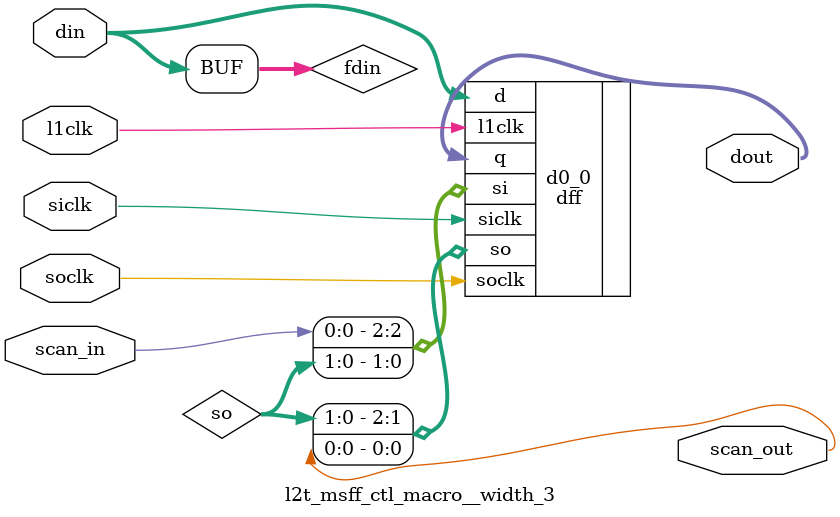
<source format=v>
module l2t_mb2_ctl (
  mb2_l2t_run, 
  mb2_l2t_addr, 
  mb2_l2t_wdata, 
  mb2_l2t_mbtag_wr_en, 
  mb2_l2t_mbtag_rd_en, 
  mb2_l2t_mbtag_lookup_en, 
  mb2_l2t_fbtag_wr_en, 
  mb2_l2t_fbtag_rd_en, 
  mb2_l2t_fbtag_lookup_en, 
  mb2_l2t_wbtag_wr_en, 
  mb2_l2t_wbtag_rd_en, 
  mb2_l2t_wbtag_lookup_en, 
  mb2_l2t_rdmatag_wr_en, 
  mb2_l2t_rdmatag_rd_en, 
  mb2_l2t_rdmatag_lookup_en, 
  cam_mb2_rw_fail, 
  cam_mb2_cam_fail, 
  mbist_cam_sel, 
  mb2_cmp_sel, 
  mb2_l2t_wk1_cam_init, 
  mb2_l2t_wk1_cam_shift, 
  mbdata_mb2_rw_fail, 
  mb2_l2t_mbdata_wr_en, 
  mb2_l2t_mbdata_rd_en, 
  iqarray_mb2_rw_fail, 
  mb2_l2t_iqarray_wr_en, 
  mb2_l2t_iqarray_rd_en, 
  scan_out, 
  l2t_mb2_done, 
  l2t_mb2_fail, 
  l2clk, 
  scan_in, 
  tcu_pce_ov, 
  tcu_aclk, 
  tcu_bclk, 
  tcu_scan_en, 
  tcu_clk_stop, 
  mbist_start, 
  mbist_bisi_mode, 
  mbist_user_mode);
wire pce_ov;
wire stop;
wire siclk;
wire soclk;
wire se;
wire l1clk;
wire clock_enable;
wire start_in;
wire l1clk_pm1;
wire array_usr_reg_scanin;
wire array_usr_reg_scanout;
wire [3:0] user_array_sel_in;
wire [3:0] user_array_sel;
wire user_addr_mode_reg_scanin;
wire user_addr_mode_reg_scanout;
wire user_addr_mode_in;
wire user_addr_mode;
wire user_start_addr_reg_scanin;
wire user_start_addr_reg_scanout;
wire [4:0] user_start_addr_in;
wire [4:0] user_start_addr;
wire user_stop_addr_reg_scanin;
wire user_stop_addr_reg_scanout;
wire [4:0] user_stop_addr_in;
wire [4:0] user_stop_addr;
wire user_incr_addr_reg_scanin;
wire user_incr_addr_reg_scanout;
wire [4:0] user_incr_addr_in;
wire [4:0] user_incr_addr;
wire user_data_mode_reg_scanin;
wire user_data_mode_reg_scanout;
wire user_data_mode_in;
wire user_data_mode;
wire user_data_reg_scanin;
wire user_data_reg_scanout;
wire [7:0] user_data_in;
wire [7:0] user_data;
wire user_cmpsel_hold_reg_scanin;
wire user_cmpsel_hold_reg_scanout;
wire user_cmpsel_hold_in;
wire user_cmpsel_hold;
wire user_cmpsel_reg_scanin;
wire user_cmpsel_reg_scanout;
wire [3:0] user_cmpsel_in;
wire [3:0] user_cmpsel;
wire user_loop_mode_reg_scanin;
wire user_loop_mode_reg_scanout;
wire user_loop_mode_in;
wire user_loop_mode;
wire ten_n_mode_reg_scanin;
wire ten_n_mode_reg_scanout;
wire ten_n_mode_in;
wire ten_n_mode;
wire user_cam_mode_reg_scanin;
wire user_cam_mode_reg_scanout;
wire user_cam_mode_in;
wire user_cam_mode;
wire user_cam_select_reg_scanin;
wire user_cam_select_reg_scanout;
wire [1:0] user_cam_sel_in;
wire [1:0] user_cam_sel;
wire user_cam_test_select_reg_scanin;
wire user_cam_test_select_reg_scanout;
wire [1:0] user_cam_test_sel_in;
wire [1:0] user_cam_test_sel;
wire input_signals_reg_scanin;
wire input_signals_reg_scanout;
wire bisi_mode;
wire user_mode;
wire mb_enable_reg_scanin;
wire mb_enable_reg_scanout;
wire mb_enable;
wire mb_enable_out;
wire start;
wire config_reg_scanin;
wire config_reg_scanout;
wire [1:0] config_in;
wire [1:0] config_out;
wire start_transition;
wire end_transition;
wire reset_engine;
wire loop_again;
wire run;
wire loop_again_reg_scanin;
wire loop_again_reg_scanout;
wire stop_engine_l;
wire stop_engine_l_q;
wire cam_cntl_reg_scanin;
wire cam_cntl_reg_scanout;
wire [14:0] cam_in;
wire [14:0] cam_out;
wire cam_shift_reg_scanin;
wire cam_shift_reg_scanout;
wire cam_shift_val;
wire cam_shift;
wire cam_shift_d1;
wire cam_msb;
wire [1:0] cam_array_sel;
wire last_cam;
wire [1:0] ctest;
wire mb_user_cam_mode;
wire [1:0] cam_cseq;
wire sel_cseq_pass;
wire [5:0] cam_addr;
wire ctest2_out;
wire cseq0_out;
wire cam_0;
wire cam_1;
wire cam_2;
wire cam_3;
wire [1:0] cam_crw;
wire sel_crw_pass;
wire [1:0] crw;
wire ctest0;
wire ctest1;
wire cseq1;
wire ctest2;
wire ctest3;
wire cseq0;
wire cambist;
wire [1:0] ctest_sel;
wire [1:0] cseq;
wire cseq2;
wire crw0;
wire crw1;
wire crw2;
wire cam_wr_en;
wire run3;
wire cam_en;
wire cam_zero;
wire end_shift_d1;
wire [7:0] cam_data;
wire cam_walk1;
wire end_shift;
wire end_shift_delay_reg_scanin;
wire end_shift_delay_reg_scanout;
wire [14:0] qual_cam;
wire mb_cam0_hit;
wire [3:0] mb_cam_sel_d3;
wire mb_cam1_hit;
wire mb_cam2_hit;
wire mb_cam3_hit;
wire cam_hit_reg_scanin;
wire cam_hit_reg_scanout;
wire cam0_hit;
wire cam1_hit;
wire cam2_hit;
wire cam3_hit;
wire exp_cam_hit_delay_reg_scanin;
wire exp_cam_hit_delay_reg_scanout;
wire cam_hit_cmp;
wire cam_hit_cmp_d1;
wire cam_hit_cmp_d2;
wire cam_hit_cmp_d3;
wire cam_hit_cmp_d4;
wire cam_hit_cmp_d5;
wire cam_hit_cmp_d6;
wire cam_hit_cmp_d7;
wire cam_hit_cmp_d8;
wire exp_cam_exp_delay_reg_scanin;
wire exp_cam_exp_delay_reg_scanout;
wire cam_hit_exp;
wire cam_hit_exp_d1;
wire cam_hit_exp_d2;
wire cam_hit_exp_d3;
wire cam_hit_exp_d4;
wire cam_hit_exp_d5;
wire cam_hit_exp_d6;
wire cam_hit_exp_d7;
wire cam_hit_exp_d8;
wire cam0_pass;
wire cam1_pass;
wire cam2_pass;
wire cam3_pass;
wire cam0_fail;
wire [3:0] mb_cam_sel_d4;
wire cam1_fail;
wire cam2_fail;
wire cam3_fail;
wire cam_sel_delay_reg_scanin;
wire cam_sel_delay_reg_scanout;
wire [3:0] mb_cam_sel_d1;
wire [3:0] mb_cam_sel_d2;
wire cntl_msb;
wire mb_user_ram_mode;
wire valid_fail;
wire [1:0] cam_sel;
wire d_mbtag_lookup_en;
wire d_fbtag_lookup_en;
wire d_wbtag_lookup_en;
wire d_rdmatag_lookup_en;
wire [3:0] d_mbist_cam_sel;
wire array_0;
wire array_1;
wire array_2;
wire array_3;
wire mbist_output_reg_scanin;
wire mbist_output_reg_scanout;
wire [3:0] d_cam_sel_delay1;
wire mbist_output_delay1_reg_scanin;
wire mbist_output_delay1_reg_scanout;
wire cntl_reg_scanin;
wire cntl_reg_scanout;
wire [35:0] cntl_in;
wire [35:0] cntl_out;
wire [16:0] cntl_algr;
wire [16:0] next_algr;
wire sel_nextaddr_reset;
wire sel_nextaddr_restart;
wire overflow;
wire sel_nextaddr_incred;
wire cout_rw;
wire sel_nextaddr_same;
wire [4:0] start_addr;
wire [4:0] restart_addr;
wire [4:0] incred_addr;
wire [4:0] cntl_addr;
wire [2:0] cntl_rw;
wire [2:0] next_rw;
wire cntl_bisi;
wire mb_default_bisi;
wire mb_user_bisi_rw_mode;
wire [3:0] cntl_array_sel;
wire last_array;
wire [3:0] cntl_cmp_sel;
wire sel_cmp_pass;
wire [1:0] cntl_data_sel;
wire mb_user_data_mode;
wire cntl_addr_mix;
wire mb_user_addr_mode;
wire [3:0] cntl_march_element;
wire sel_march_1_pass;
wire addr_mix;
wire cout_addr;
wire upaddr;
wire march_0;
wire march_1;
wire march_2;
wire march_6;
wire march_7;
wire [3:0] march_element_pre;
wire march_pre_0;
wire march_pre_1;
wire march_pre_2;
wire march_pre_6;
wire march_pre_7;
wire upaddr_pre;
wire [4:0] incr_addr;
wire [4:0] stop_addr;
wire sel_rw_pass;
wire one_cycle_march;
wire march_5;
wire five_cycle_march;
wire march_8;
wire two_cycle_march;
wire mem_wr_pbi;
wire march_3;
wire march_4;
wire rw_1;
wire rw_0;
wire rw_4;
wire mem_wr;
wire bisi_wr_mode;
wire bisi_rd_mode;
wire mem_rd_pbi;
wire mem_rd;
wire [4:0] adj_addr;
wire rw_3;
wire [4:0] mem_addr1;
wire true_data_l;
wire rw_2;
wire true_data;
wire [7:0] data_pat_sel;
wire [7:0] mem_data;
wire array_4;
wire array_5;
wire [4:0] mem_addr;
wire [3:0] array_sel;
wire cmp_0;
wire [3:0] cmp_sel;
wire cmp_3;
wire [3:0] march_element;
wire [2:0] rw;
wire [1:0] cam_sel_cntl_out;
wire [1:0] ctest_sel_cntl_out;
wire [1:0] cseq_cntl_out;
wire cseq_reg_scanin;
wire cseq_reg_scanout;
wire [1:0] cseq_out;
wire [3:0] array_sel_cntl_out;
wire array_sel_reg_scanin;
wire array_sel_reg_scanout;
wire [3:0] array_sel_out;
wire [3:0] cmp_sel_cntl_out;
wire cmp_sel_reg_scanin;
wire cmp_sel_reg_scanout;
wire [3:0] cmp_sel_out;
wire mb_user_cmpsel_hold;
wire [3:0] march_element_cntl_out;
wire marche_element_reg_scanin;
wire marche_element_reg_scanout;
wire [3:0] march_element_out;
wire mb_user_bisi_wr_mode;
wire mb_user_bisi_rd_mode;
wire sel_rw_1_pass;
wire sel_rw_2_pass;
wire sel_rw_5_pass;
wire user_bisi_wr_mode_reg_scanin;
wire user_bisi_wr_mode_reg_scanout;
wire user_bisi_wr_mode_in;
wire user_bisi_wr_mode;
wire user_bisi_rd_mode_reg_scanin;
wire user_bisi_rd_mode_reg_scanout;
wire user_bisi_rd_mode_in;
wire user_bisi_rd_mode;
wire mb_user_loop_mode;
wire [3:0] mb_cmp_sel;
wire [4:0] mb_addr;
wire [7:0] mb_write_data;
wire mb_array_0_rd;
wire mb_array_1_rd;
wire mb_array_2_rd;
wire mb_array_3_rd;
wire mb_array_4_rd;
wire mb_array_5_rd;
wire mb_array_0_wr;
wire mb_array_1_wr;
wire mb_array_2_wr;
wire mb_array_3_wr;
wire mb_array_4_wr;
wire mb_array_5_wr;
wire mb_run;
wire [4:0] done_delay;
wire msb_latch_scanin;
wire msb_latch_scanout;
wire msb_in;
wire msb_out;
wire mb_done;
wire run3_transition_reg_scanin;
wire run3_transition_reg_scanout;
wire run3_out;
wire run3_transition;
wire done_delay_reg_scanin;
wire done_delay_reg_scanout;
wire [4:0] done_delay_in;
wire mb_mbdata_mb2_rw_fail;
wire mb_iqarray_mb2_rw_fail;
wire mb_mb_fb_wb_rdma_mb2_rw_fail;
wire mb_fb_wb_rdma_fail_d;
wire mb_fb_wb_rdma_mb2_rw_fail_sticky;
wire mbdata_fail_d;
wire mbdata_mb2_rw_fail_sticky;
wire iqarray_fail_d;
wire iqarray_mb2_rw_fail_sticky;
wire cam0_fail_d;
wire cam0_fail_sticky;
wire cam1_fail_d;
wire cam1_fail_sticky;
wire cam2_fail_d;
wire cam2_fail_sticky;
wire cam3_fail_d;
wire cam3_fail_sticky;
wire mbist_fail_input_reg_scanin;
wire mbist_fail_input_reg_scanout;
wire mbist_fail_sticky;
wire mbist_fail_array;
wire mb_fail;
wire out_mb_tcu_done_reg_scanin;
wire out_mb_tcu_done_reg_scanout;
wire mb_done_out;
wire out_mb_tcu_fail_reg_scanin;
wire out_mb_tcu_fail_reg_scanout;
wire mb_fail_out;
wire out_cmp_sel_reg_scanin;
wire out_cmp_sel_reg_scanout;
wire [3:0] mb_cmpsel_out;
wire out_run_mb_arrays_reg_scanin;
wire out_run_mb_arrays_reg_scanout;
wire mb_run_out;
wire out_data_mb_arrays_reg_scanin;
wire out_data_mb_arrays_reg_scanout;
wire [7:0] mb_write_data_out;
wire out_addr_mb_arrays_reg_scanin;
wire out_addr_mb_arrays_reg_scanout;
wire [4:0] mb_addr_out;
wire out_wr_mb_arrays_reg_scanin;
wire out_wr_mb_arrays_reg_scanout;
wire mb_array_0_wr_out;
wire mb_array_1_wr_out;
wire mb_array_2_wr_out;
wire mb_array_3_wr_out;
wire mb_array_4_wr_out;
wire mb_array_5_wr_out;
wire out_rd_mb_arrays_reg_scanin;
wire out_rd_mb_arrays_reg_scanout;
wire mb_array_0_rd_out;
wire mb_array_1_rd_out;
wire mb_array_2_rd_out;
wire mb_array_3_rd_out;
wire mb_array_4_rd_out;
wire mb_array_5_rd_out;
wire spares_scanin;
wire spares_scanout;


// There are 4 cams and 2 RF's serviced bt this engine.
// CAMs: mbtag (32x42bits), fbtag and wbtag (8x40bits), and rdmatag(4x40bits)
// Reg Files: mbdata (32x128bits) and iqarray (16x160bits)
// The outputs of the 4 CAMs get muxed and the resultant 42 bits get flopped 
// and routed to the mbist engine.
// The read outputs of the mbdata and iqarray all come to mbist engine and
// get flopped there.
// The current plan is to flop the outputs of mbdata and iqarray inside the
// mbist and then mux them with the cam_read_data and generate a 40 bit
// read_data to be compared. read_data gets flopped before compare.
// /////////////////////////////////////////////////////////////////////////////
// Outputs
// /////////////////////////////////////////////////////////////////////////////




   output          mb2_l2t_run;
//   output          mb2_l2t_cambist;
   output [4:0]	   mb2_l2t_addr;
   output [7:0]	   mb2_l2t_wdata;
   output	   mb2_l2t_mbtag_wr_en;
   output 	   mb2_l2t_mbtag_rd_en;
   output 	   mb2_l2t_mbtag_lookup_en;
   output 	   mb2_l2t_fbtag_wr_en;
   output 	   mb2_l2t_fbtag_rd_en;
   output 	   mb2_l2t_fbtag_lookup_en;
   output 	   mb2_l2t_wbtag_wr_en;
   output 	   mb2_l2t_wbtag_rd_en;
   output 	   mb2_l2t_wbtag_lookup_en;
   output 	   mb2_l2t_rdmatag_wr_en;
   output 	   mb2_l2t_rdmatag_rd_en;
   output 	   mb2_l2t_rdmatag_lookup_en;

   input	   cam_mb2_rw_fail;
   input [3:0]	   cam_mb2_cam_fail;    // change signal name to "cam_hit"
		
   output   [3:0]  mbist_cam_sel;  // select read data for 0=mb 1=fb 2=wb 3=rdma
   output   [3:0]  mb2_cmp_sel;    // mux select to pick 1/4 piece of data

   output   mb2_l2t_wk1_cam_init;
   output   mb2_l2t_wk1_cam_shift;

// 32x128 and 16x160 rf
   input	   mbdata_mb2_rw_fail;
   output 	   mb2_l2t_mbdata_wr_en;
   output 	   mb2_l2t_mbdata_rd_en;
   input	   iqarray_mb2_rw_fail;
   output 	   mb2_l2t_iqarray_wr_en;
   output 	   mb2_l2t_iqarray_rd_en;
   output      scan_out;
   output      l2t_mb2_done;
   output      l2t_mb2_fail;


// /////////////////////////////////////////////////////////////////////////////
// Inputs
// /////////////////////////////////////////////////////////////////////////////

   input              l2clk;
   input              scan_in;
   input              tcu_pce_ov;             // scan signals
   input              tcu_aclk;
   input              tcu_bclk;
   input              tcu_scan_en;
   input              tcu_clk_stop;

   input              mbist_start;
   input              mbist_bisi_mode;
   input              mbist_user_mode;

///////////////////////////////////////////////////////////////////////////////
// Scan Renames
///////////////////////////////////////////////////////////////////////////////

assign pce_ov = tcu_pce_ov;
assign stop   = tcu_clk_stop;
assign siclk  = tcu_aclk;
assign soclk  = tcu_bclk;
assign se = tcu_scan_en;


// TEMP

//assign cam_mb2_cam_fail_qual = 

////////////////////////////////////////////////////////////////////////////////
// Clock header

l2t_l1clkhdr_ctl_macro clkgen_freeclk (
        .l2clk  (l2clk 		),
        .l1en   (1'b1		),
        .l1clk  (l1clk		),
  .pce_ov(pce_ov),
  .stop(stop),
  .se(se));



assign clock_enable	= start_in | l2t_mb2_done | mb2_l2t_run | l2t_mb2_fail ;

l2t_l1clkhdr_ctl_macro clkgen (
        .l2clk  (l2clk 			),
        .l1en   (clock_enable		),
        .l1clk  (l1clk_pm1			),
  .pce_ov(pce_ov),
  .stop(stop),
  .se(se)
);



// /////////////////////////////////////////////////////////////////////////////
//
// user mode resgisters   
// MBIST PGM Control Register
//
// /////////////////////////////////////////////////////////////////////////////
// /////////////////////////////////////////////////////////////////////////////


////////////////////////////////////////////////////////////////////////////////
// user control registers
//                         size
// -  user_array_sel            4
// -  user_addr_mode        1
// -  user_start_addr      15
// -  user_stop_addr       15
// -  user_inc_addr        15
// -  user_data_mode        1
// -  user_data             8
// -  user_cmpsel_hold      1
// -  user_cmpsel           3
// -  user_loop_mode        1

   l2t_msff_ctl_macro__width_4 array_usr_reg  (
              .scan_in(array_usr_reg_scanin),
              .scan_out(array_usr_reg_scanout),
              .l1clk    ( l1clk_pm1	           ),
  	          .din      ( user_array_sel_in[3:0]       ),
  		      .dout     ( user_array_sel[3:0]      ),
  .siclk(siclk),
  .soclk(soclk));

   assign user_array_sel_in[3:0]=user_array_sel[3:0];


   // user address mode

   l2t_msff_ctl_macro__width_1 user_addr_mode_reg  (
              .scan_in(user_addr_mode_reg_scanin),
              .scan_out(user_addr_mode_reg_scanout),
              .l1clk    ( l1clk_pm1	           ),
  	          .din      ( user_addr_mode_in       ),
  		      .dout     ( user_addr_mode        ),
  .siclk(siclk),
  .soclk(soclk));

   assign user_addr_mode_in=user_addr_mode;
   

   //  user start address
   
  l2t_msff_ctl_macro__width_5 user_start_addr_reg  (
              .scan_in(user_start_addr_reg_scanin),
              .scan_out(user_start_addr_reg_scanout),
              .l1clk    ( l1clk_pm1	           ),
                 .din      ( user_start_addr_in[4:0]       ),
                 .dout     ( user_start_addr[4:0]      ),
  .siclk(siclk),
  .soclk(soclk));


   assign user_start_addr_in[4:0]=user_start_addr[4:0];

   //  user stop address
   
  l2t_msff_ctl_macro__width_5 user_stop_addr_reg  (
              .scan_in(user_stop_addr_reg_scanin),
              .scan_out(user_stop_addr_reg_scanout),
              .l1clk    ( l1clk_pm1	           ),
                 .din      ( user_stop_addr_in[4:0]       ),
                 .dout     ( user_stop_addr[4:0]      ),
  .siclk(siclk),
  .soclk(soclk));


   assign user_stop_addr_in[4:0]=user_stop_addr[4:0];
   

  //  user increment address
   
  l2t_msff_ctl_macro__width_5 user_incr_addr_reg  (
              .scan_in(user_incr_addr_reg_scanin),
              .scan_out(user_incr_addr_reg_scanout),
              .l1clk    ( l1clk_pm1	           ),
                 .din      ( user_incr_addr_in[4:0]       ),
                 .dout     ( user_incr_addr[4:0]      ),
  .siclk(siclk),
  .soclk(soclk));


   assign user_incr_addr_in[4:0]=user_incr_addr[4:0];

   // user data mode

   l2t_msff_ctl_macro__width_1 user_data_mode_reg  (
              .scan_in(user_data_mode_reg_scanin),
              .scan_out(user_data_mode_reg_scanout),
              .l1clk    ( l1clk_pm1	           ),
  	          .din      ( user_data_mode_in       ),
   		      .dout     ( user_data_mode        ),
  .siclk(siclk),
  .soclk(soclk));

							 
   assign user_data_mode_in=user_data_mode;

   //  user data select
   
   l2t_msff_ctl_macro__width_8 user_data_reg  (
              .scan_in(user_data_reg_scanin),
              .scan_out(user_data_reg_scanout),
              .l1clk    ( l1clk_pm1	           ),
                 .din      ( user_data_in[7:0]       ),
                 .dout     ( user_data[7:0]      ),
  .siclk(siclk),
  .soclk(soclk));


   assign user_data_in[7:0]    =    user_data[7:0];

   // user cmp sel inc
   // if its one, user need to program the cmpselinc register
   // otherwise it will loop all cmpsel

   l2t_msff_ctl_macro__width_1 user_cmpsel_hold_reg  (
              .scan_in(user_cmpsel_hold_reg_scanin),
              .scan_out(user_cmpsel_hold_reg_scanout),
              .l1clk    ( l1clk_pm1	           ),
  	          .din      ( user_cmpsel_hold_in       ),
   		      .dout     ( user_cmpsel_hold        ),
  .siclk(siclk),
  .soclk(soclk));

							 
   assign user_cmpsel_hold_in=user_cmpsel_hold;



   // user cmp sel reg
   
   l2t_msff_ctl_macro__width_4 user_cmpsel_reg  (
              .scan_in(user_cmpsel_reg_scanin),
              .scan_out(user_cmpsel_reg_scanout),
              .l1clk    ( l1clk_pm1	           ),
  	          .din      ( user_cmpsel_in[3:0]       ),
  		      .dout     ( user_cmpsel[3:0]      ),
  .siclk(siclk),
  .soclk(soclk));

   assign user_cmpsel_in[3:0]=user_cmpsel[3:0];


   // user loop mode

   l2t_msff_ctl_macro__width_1 user_loop_mode_reg  (
              .scan_in(user_loop_mode_reg_scanin),
              .scan_out(user_loop_mode_reg_scanout),
              .l1clk    ( l1clk_pm1	           ),
  	          .din      ( user_loop_mode_in       ),
  		      .dout     ( user_loop_mode        ),
  .siclk(siclk),
  .soclk(soclk));

  
   assign user_loop_mode_in=user_loop_mode;



   // 10N Algorithm for bit mapping

   l2t_msff_ctl_macro__width_1 ten_n_mode_reg  (
              .scan_in(ten_n_mode_reg_scanin),
              .scan_out(ten_n_mode_reg_scanout),
              .l1clk    ( l1clk_pm1	           ),
  	          .din      ( ten_n_mode_in       ),
  		      .dout     ( ten_n_mode        ),
  .siclk(siclk),
  .soclk(soclk));

  
   assign ten_n_mode_in=ten_n_mode;



   // cambist: user cam select


   l2t_msff_ctl_macro__width_1 user_cam_mode_reg  (
              .scan_in(user_cam_mode_reg_scanin),
              .scan_out(user_cam_mode_reg_scanout),
              .l1clk    ( l1clk_pm1	           ),
  	          .din      ( user_cam_mode_in       ),
  		      .dout     ( user_cam_mode      ),
  .siclk(siclk),
  .soclk(soclk));

   assign user_cam_mode_in=user_cam_mode;


   l2t_msff_ctl_macro__width_2 user_cam_select_reg  (
              .scan_in(user_cam_select_reg_scanin),
              .scan_out(user_cam_select_reg_scanout),
              .l1clk    ( l1clk_pm1	           ),
  	          .din      ( user_cam_sel_in[1:0]       ),
  		      .dout     ( user_cam_sel[1:0]      ),
  .siclk(siclk),
  .soclk(soclk));

   assign user_cam_sel_in[1:0]=user_cam_sel[1:0];


   l2t_msff_ctl_macro__width_2 user_cam_test_select_reg  (
              .scan_in(user_cam_test_select_reg_scanin),
              .scan_out(user_cam_test_select_reg_scanout),
              .l1clk    ( l1clk_pm1	           ),
  	          .din      ( user_cam_test_sel_in[1:0]       ),
  		      .dout     ( user_cam_test_sel[1:0]      ),
  .siclk(siclk),
  .soclk(soclk));

   assign user_cam_test_sel_in[1:0]=user_cam_test_sel[1:0];




// /////////////////////////////////////////////////////////////////////////////
//
// MBIST Config Register
//
// /////////////////////////////////////////////////////////////////////////////
//
// A low to high transition on mbist_start will reset and start the engine.  
// mbist_start must remain active high for the duration of MBIST.  
// If mbist_start deasserts the engine will stop but not reset.
// Once MBIST has completed mb0_done will assert and the fail status
// signals will be valid.  
// To run MBIST again the mbist_start signal must transition low then high.
//
// Loop on Address will disable the address mix function.
//
// /////////////////////////////////////////////////////////////////////////////


  // flop incoming signals:

  l2t_msff_ctl_macro__width_3 input_signals_reg  (
              .scan_in(input_signals_reg_scanin),
              .scan_out(input_signals_reg_scanout),
              .l1clk    ( l1clk           ),
               .din      ( {mbist_start,mbist_bisi_mode,mbist_user_mode} ),
               .dout     ( {start_in,bisi_mode,user_mode} ),
  .siclk(siclk),
  .soclk(soclk));
  



  // default   : mb_enable=0
  // bisi      : mb_enable=0
  // user_mode : mb_enable=depend on programmed value

  l2t_msff_ctl_macro__width_1 mb_enable_reg  (
              .scan_in(mb_enable_reg_scanin),
              .scan_out(mb_enable_reg_scanout),
              .l1clk    ( l1clk_pm1	           ),
               .din      ( mb_enable       ),
               .dout     ( mb_enable_out       ),
  .siclk(siclk),
  .soclk(soclk));


  assign mb_enable = user_mode ? mb_enable_out : 1'b0;

 
  assign start = user_mode ? (mb_enable_out & start_in) :
                             (start_in);



  // 5 cycle delay for the run signal
   



  l2t_msff_ctl_macro__width_2 config_reg  (
              .scan_in(config_reg_scanin),
              .scan_out(config_reg_scanout),
              .l1clk    ( l1clk_pm1	           ),
               .din      ( config_in[1:0]       ),
               .dout     ( config_out[1:0]      ),
  .siclk(siclk),
  .soclk(soclk));

   
  assign config_in[0]        =    start;
  assign config_in[1]        =    config_out[0];
  assign start_transition    =    config_out[0]      &  ~config_out[1];
  assign end_transition      =   ~config_out[0] &  config_out[1];
  assign reset_engine        =    start_transition | loop_again  | end_transition;
  assign run                 =    config_out[1] ;


  l2t_msff_ctl_macro__width_1 loop_again_reg  (
              .scan_in(loop_again_reg_scanin),
              .scan_out(loop_again_reg_scanout),
              .l1clk    ( l1clk_pm1	           ),
               .din      (  stop_engine_l   ),
               .dout     (  stop_engine_l_q  ),
  .siclk(siclk),
  .soclk(soclk));


  assign loop_again=user_loop_mode ? stop_engine_l & ~stop_engine_l_q:  1'b0;
   



   
// /////////////////////////////////////////////////////////////////////////////
//
// CAM BIST:
//
// /////////////////////////////////////////////////////////////////////////////

// cambistwork:


  // there are 3 basic tests for the cambist - match0, match1, and walking1
  // there are 5 cam register for cambist tests
  // - cam_msb, cam_array_sel,ctest, cseq, cam_addr, crw
  // - cam_msb, when this bit is one, it completes the camtest
  // - cam_array_sel, this register indicates what cam you are testing
  // - ctest, indicates which 1/3 tests
  // - cseq,  
  // - cam_addr,
  // - crw,


  // - ctest 0:  match camdata 0
  //    - write data 0 ^(W0);
  //    - cam data 0   ^(W0C0RxW1);
  //    this requires (cseq0, cseq1, cseq2, cseq3)
  // - ctest 1:  match camdata 1
  //    - write data 1 ^(W1);
  //    - camdata 1    ^(W1C1RxW0);
  //    this requires (cseq0, cseq1, cseq2, cseq3)
  // - ctest 2:  walking1 mismatch
  //    - write 0
  //    - walking 1
  // 

   l2t_msff_ctl_macro__width_15 cam_cntl_reg  (
              .scan_in(cam_cntl_reg_scanin),
              .scan_out(cam_cntl_reg_scanout),
              .l1clk    ( l1clk_pm1	           ),
                 .din      ( cam_in[14:0]       ),
                 .dout     ( cam_out[14:0]      ),
  .siclk(siclk),
  .soclk(soclk));


   l2t_msff_ctl_macro__width_2 cam_shift_reg  (
              .scan_in(cam_shift_reg_scanin),
              .scan_out(cam_shift_reg_scanout),
              .l1clk    ( l1clk_pm1	           ),
                 .din      ( {cam_shift_val,cam_shift}),
                 .dout     ( {cam_shift,    cam_shift_d1}  ),
  .siclk(siclk),
  .soclk(soclk));


   assign cam_msb                = start_in & cam_out[14];    //

   assign cam_array_sel[1:0]     = (last_cam | user_mode) ? 2'b11:
                                                            cam_out[13:12];    // 2 bits

   assign ctest[1:0]             = mb_user_cam_mode ?  2'b11 :
                                                cam_out[11:10];    //   

   assign cam_cseq[1:0]                =   sel_cseq_pass ? 2'b11 :  cam_out[9:8];   

//   assign cseq[1:0]              =   cam_out[9:8];


   assign cam_addr[5:0]          =   (ctest2_out & ~cseq0_out) ? cam_out[7:2]:
                                     cam_0 ? {1'b1,    cam_out[6:2]} :
                                     cam_1 ? {3'b111,  cam_out[4:2]} :
                                     cam_2 ? {3'b111,  cam_out[4:2]} :
                                     cam_3 ? {4'b1111, cam_out[3:2]} :
                                               cam_out[7:2];

//   assign cam_crw[1:0]               =   (cseq0_out) ? 2'b11:
//                                     (ctest3_out) ? 2'b11:
//                                                             cam_out[1:0];    // read write control


   assign cam_crw[1:0]               =  sel_crw_pass ? 2'b11:
                                                       cam_out[1:0];    // read write control


   // ctest0:
   // cseq0:                   camdata
   //    crw0  write              0
   // cseq1:
   //    crw0  write              1
   //    crw1  cam                1
   //    crw2  write1             0
   //    crw3  dead cycle         0

   // ctest1:
   // cseq0:                   camdata
   //    crw0  write              1
   // cseq1:
   //    crw0  write              0
   //    crw1  cam                0
   //    crw2  write1             1
   //    crw3  dead cycle         0


   // ctest2:                   camdata
   // cseq0:   write              0
   // cseq1-2: walkin1           N/A
   //          cam_zer0
   //          cam_walk1

   assign crw[1:0]=cam_out[1:0];

   assign cseq0_out = cam_out[9:8]==2'b00;
   assign sel_cseq_pass = ((ctest0 | ctest1) & cseq1) | 
                          (ctest2 & cseq1)|
                          (ctest3 & cseq1);

   assign sel_crw_pass = ((cseq0 | (ctest2 & cseq1) | (ctest3 & cseq1)) & cambist);

   assign ctest2_out=mb_user_cam_mode ? (ctest_sel[1:0]==2'b10 | ctest_sel[1:0]==2'b11) : 
                                        (cam_out[11:10]==2'b10 | cam_out[11:10]==2'b11);
//   assign cseq1_out=cam_out[9:8]==2'b01;

   assign ctest0  =  ctest_sel[1:0]==2'b00 & cambist;
   assign ctest1  =  ctest_sel[1:0]==2'b01 & cambist;
   assign ctest2  =  ctest_sel[1:0]==2'b10 & cambist;
   assign ctest3  =  ctest_sel[1:0]==2'b11 & cambist;

   assign cseq0   = ~( cseq[1] |  cseq[0]);
   assign cseq1   = ~( cseq[1] | ~cseq[0]);
   assign cseq2   = ~(~cseq[1] |  cseq[0]);
//   assign cseq3   = ~(~cseq[1] | ~cseq[0]);

   assign crw0    = ~( crw[1] |  crw[0]);
   assign crw1    = ~( crw[1] | ~crw[0]);
   assign crw2    = ~(~crw[1] |  crw[0]);
//   assign crw3    = ~(~crw[1] | ~crw[0]);


//   assign cam_wr_en = (ctest1 & cseq0) ? crw3 :
//                      (ctest1 & cseq1) ? (crw0 | crw2) :
//                      (ctest2 & cseq0) ? crw3 :
//                      (ctest2 & cseq1) ? (crw0 | crw2) :
//                      (ctest3 & cseq0) ? crw3 :
//                                        1'b0;

    assign cam_wr_en = (cambist & run3) & ((ctest0 & cseq0 & crw0) | 
                               (ctest0 & cseq1 & (crw0 | crw2)) |
                               (ctest1 & cseq0 & crw0) | 
                               (ctest1 & cseq1 & (crw0 | crw2)) |
                               (ctest2 & cseq0 & crw0) |
                               (ctest3 & cseq2 ) | 
                               (ctest3 & cseq0 & crw0)) ; 

//   assign cam_en    = (ctest1 & cseq1) ? crw1 :
//                      (ctest2 & cseq1) ? crw1 :
//                                        1'b0;

   assign cam_en    = (ctest0 & cseq1 & crw1) |
                      (ctest1 & cseq1 & crw1) | 
                      (cam_0 & (cam_shift | cam_zero)) |
                      ((cam_1 | cam_2 | cam_3) & cam_shift_d1 & ~mb2_l2t_wk1_cam_init & ~end_shift_d1);


   
   // using only the cam_data[0] 


   assign cam_data[7:0]   = (ctest0 & cseq1 & (crw0 | crw1)) |
                       (ctest1 & cseq0) |
                       (ctest1 & (cseq1 & crw2)) |
                       (ctest2 & cseq0 ) |
                       (ctest3 & cseq1 ) ? 8'hFF : 8'h00;


  assign cam_walk1 = (ctest2 | ctest3);

//  assign end_shift = cam_walk1 & (tlb_addr[6] & tlb_addr[5] & ~tlb_addr[4] & tlb_addr[3] & ~tlb_addr[2] & ~tlb_addr[1] & ~tlb_addr[0]);

  assign cam_zero  = ~|cam_addr[5:0] & cam_walk1 & cseq1;

  assign end_shift =  cam_0 ? cam_walk1       & ( cam_addr[5:0]==6'd34):
                      (cam_1 | cam_2 | cam_3) ? cam_walk1 & ( cam_addr[5:0]==6'd34): // width=33
                              1'b0;

   l2t_msff_ctl_macro__width_1  end_shift_delay_reg  (
              .scan_in(end_shift_delay_reg_scanin),
              .scan_out(end_shift_delay_reg_scanout),
              .l1clk    ( l1clk_pm1	           ),
               .din      (  end_shift   ),
               .dout     (  end_shift_d1  ),
  .siclk(siclk),
  .soclk(soclk));
                           

  assign cam_shift_val =   ~cambist | end_shift  ? 1'b0 :
                            cam_zero & cseq1   ? 1'b1 :
                                                  cam_shift;
  
   
   assign qual_cam[14:0]={cam_msb,
              			  cam_array_sel[1:0],			  			  
              			  ctest[1:0],
              			  cam_cseq[1:0],
                          cam_addr[5:0],
			              cam_crw[1:0]};

   assign cam_in[14:0]=reset_engine     ? 15'b0:                    // set zero
	                   ~run3 | ~cambist ? qual_cam[14:0]:           // save value
	                                      qual_cam[14:0]+15'h1;     // increment




   assign mb_cam0_hit= cam_mb2_cam_fail[0] & mb_cam_sel_d3[0];
   assign mb_cam1_hit= cam_mb2_cam_fail[1] & mb_cam_sel_d3[1];
   assign mb_cam2_hit= cam_mb2_cam_fail[2] & mb_cam_sel_d3[2];
   assign mb_cam3_hit= cam_mb2_cam_fail[3] & mb_cam_sel_d3[3];



   l2t_msff_ctl_macro__width_4  cam_hit_reg  (
              .scan_in(cam_hit_reg_scanin),
              .scan_out(cam_hit_reg_scanout),
              .l1clk    ( l1clk_pm1	           ),
               .din      (  {mb_cam0_hit, mb_cam1_hit, mb_cam2_hit, mb_cam3_hit}   ),
               .dout     (  {cam0_hit,    cam1_hit,    cam2_hit,    cam3_hit}  ),
  .siclk(siclk),
  .soclk(soclk));


   l2t_msff_ctl_macro__width_8  exp_cam_hit_delay_reg  (
              .scan_in(exp_cam_hit_delay_reg_scanin),
              .scan_out(exp_cam_hit_delay_reg_scanout),
              .l1clk    ( l1clk_pm1	           ),
               .din      (  {cam_hit_cmp,   
                             cam_hit_cmp_d1,
                             cam_hit_cmp_d2,
                             cam_hit_cmp_d3, 
                             cam_hit_cmp_d4, 
                             cam_hit_cmp_d5, 
                             cam_hit_cmp_d6, 
                             cam_hit_cmp_d7}),
               .dout     (  {cam_hit_cmp_d1,
                             cam_hit_cmp_d2,
                             cam_hit_cmp_d3,
                             cam_hit_cmp_d4, 
                             cam_hit_cmp_d5, 
                             cam_hit_cmp_d6, 
                             cam_hit_cmp_d7, 
                             cam_hit_cmp_d8}),
  .siclk(siclk),
  .soclk(soclk));


   l2t_msff_ctl_macro__width_8  exp_cam_exp_delay_reg  (
              .scan_in(exp_cam_exp_delay_reg_scanin),
              .scan_out(exp_cam_exp_delay_reg_scanout),
              .l1clk    ( l1clk_pm1	           ),
               .din      (  {cam_hit_exp,   
                             cam_hit_exp_d1,
                             cam_hit_exp_d2,
                             cam_hit_exp_d3, 
                             cam_hit_exp_d4, 
                             cam_hit_exp_d5, 
                             cam_hit_exp_d6, 
                             cam_hit_exp_d7}),
               .dout     (  {cam_hit_exp_d1,
                             cam_hit_exp_d2,
                             cam_hit_exp_d3,
                             cam_hit_exp_d4, 
                             cam_hit_exp_d5, 
                             cam_hit_exp_d6, 
                             cam_hit_exp_d7, 
                             cam_hit_exp_d8}),
  .siclk(siclk),
  .soclk(soclk));


   
   assign cam_hit_cmp =cam_en;

   assign cam_hit_exp =(ctest0 & cseq1 & crw1) |
                       (ctest1 & cseq1 & crw1) ;




   assign cam0_pass = (~cam_hit_cmp_d7) |  (cam_hit_cmp_d7 & (cam_hit_exp_d7 == cam0_hit));
   assign cam1_pass = (~cam_hit_cmp_d8) |  (cam_hit_cmp_d8 & (cam_hit_exp_d8 == cam1_hit));
   assign cam2_pass = (~cam_hit_cmp_d8) |  (cam_hit_cmp_d8 & (cam_hit_exp_d8 == cam2_hit));
   assign cam3_pass = (~cam_hit_cmp_d8) |  (cam_hit_cmp_d8 & (cam_hit_exp_d8 == cam3_hit));


   assign cam0_fail = ~cam0_pass & mb_cam_sel_d4[0];
   assign cam1_fail = ~cam1_pass & mb_cam_sel_d4[1];
   assign cam2_fail = ~cam2_pass & mb_cam_sel_d4[2];
   assign cam3_fail = ~cam3_pass & mb_cam_sel_d4[3];


   l2t_msff_ctl_macro__width_16  cam_sel_delay_reg  (
              .scan_in(cam_sel_delay_reg_scanin),
              .scan_out(cam_sel_delay_reg_scanout),
              .l1clk    ( l1clk_pm1	           ),
               .din      (  {mbist_cam_sel[3:0],mb_cam_sel_d1[3:0],mb_cam_sel_d2[3:0],mb_cam_sel_d3[3:0]}),
               .dout     (  {mb_cam_sel_d1[3:0],mb_cam_sel_d2[3:0],mb_cam_sel_d3[3:0],mb_cam_sel_d4[3:0]}),
  .siclk(siclk),
  .soclk(soclk));


//   don't know that this logic is for ??
//
//   assign mb2_cam_fail=|(cam_mb2_cam_fail[3:0]);
//   assign cam_pass =  (mb2_cam_fail &  (ctest0 | ctest1) & (cseq1 & crw1)) |
//                     ~((ctest2|ctest3) & cam_shift);

//   assign cam_fail= ~cam_pass;
                      

   ////////////////////////////////////////////////////////////////////////////////
   // array selection
   ////////////////////////////////////////////////////////////////////////////////
   

   assign cambist     = ((mb_user_cam_mode | (cntl_msb & ~bisi_mode)) & (~mb_user_ram_mode & valid_fail));

   assign cam_0       = ~(  cam_sel[1] |   cam_sel[0]) & cambist;
   assign cam_1       = ~(  cam_sel[1] |  ~cam_sel[0]) & cambist;
   assign cam_2       = ~( ~cam_sel[1] |   cam_sel[0]) & cambist;
   assign cam_3       = ~( ~cam_sel[1] |  ~cam_sel[0]) & cambist;
   assign last_cam   = cam_3;



//assign d_mbtag_lookup_en  = cam_0 & (cam_en | cam_shift);
//assign d_fbtag_lookup_en  = cam_1 & (cam_en | cam_shift);
//assign d_wbtag_lookup_en  = cam_2 & (cam_en | cam_shift);
//assign d_rdmatag_lookup_en= cam_3 & (cam_en | cam_shift);


assign d_mbtag_lookup_en  = cam_0 & cam_en;
assign d_fbtag_lookup_en  = cam_1 & cam_en;
assign d_wbtag_lookup_en  = cam_2 & cam_en;
assign d_rdmatag_lookup_en= cam_3 & cam_en;


assign d_mbist_cam_sel[0]=array_0 | cam_0;   // mbtag
assign d_mbist_cam_sel[1]=array_1 | cam_1;   // fbtag
assign d_mbist_cam_sel[2]=array_2 | cam_2;   // wbtag
assign d_mbist_cam_sel[3]=array_3 | cam_3;   // rdma


// CAM 
// removed the mb2_l2t_cambist signal 

l2t_msff_ctl_macro__width_10		mbist_output_reg		 (
              .scan_in(mbist_output_reg_scanin),
              .scan_out(mbist_output_reg_scanout),
              .l1clk    ( l1clk_pm1	           ),
 .din  ({
//       cambist,
       d_mbtag_lookup_en,
       d_fbtag_lookup_en,
       d_wbtag_lookup_en,
       d_rdmatag_lookup_en,
       d_mbist_cam_sel[3:0],
       cam_zero,
       cam_shift
}),                    // done
 .dout ({                        
//       mb2_l2t_cambist,
       mb2_l2t_mbtag_lookup_en,
       mb2_l2t_fbtag_lookup_en,
       mb2_l2t_wbtag_lookup_en,
       mb2_l2t_rdmatag_lookup_en,
       d_cam_sel_delay1[3:0],
       mb2_l2t_wk1_cam_init,
       mb2_l2t_wk1_cam_shift
 }),
  .siclk(siclk),
  .soclk(soclk));




// CAM 
l2t_msff_ctl_macro__width_4		mbist_output_delay1_reg		 (
              .scan_in(mbist_output_delay1_reg_scanin),
              .scan_out(mbist_output_delay1_reg_scanout),
              .l1clk    ( l1clk_pm1	           ),
 .din  (
       d_cam_sel_delay1[3:0]
),                    // done
 .dout (
       mbist_cam_sel[3:0]
),
  .siclk(siclk),
  .soclk(soclk));




//////////////////////////////////////////////////////////////////////////////////////////////////////////////////////
////////////////////////////////////   ////////////////////////////////////
//  CONTROL REG:
////////////////////////////////////   ////////////////////////////////////


   l2t_msff_ctl_macro__width_36 cntl_reg  (
              .scan_in(cntl_reg_scanin),
              .scan_out(cntl_reg_scanout),
              .l1clk    ( l1clk_pm1	           ),
                 .din      ( cntl_in[35:0]       ),
                 .dout     ( cntl_out[35:0]      ),
  .siclk(siclk),
  .soclk(soclk));


   assign cntl_in[35:19]   = reset_engine   ? {17'b00000_0000000000}:
     	                     (~run3 | cambist)          ? cntl_algr[16:0]:	  
	                                          next_algr[16:0];

   
//   assign cntl_in[12:3]    = reset_engine ? start_addr[7:0]:
//	                         ~run3        ? cntl_addr[7:0]:
//	                                        next_addr[7:0];

    // reset_engine   run3    overflow   cout_rw    output
   // ---------------------------------------------------------
   //    1             x        x          x       start_addr
   //    0             0        x          x       cntl_addr
   //    0             1        1          x       restart_addr
   //    0             1        0          1       incred_addr
   //    0             1        0          0       cntl_addr                                     


   assign sel_nextaddr_reset    = reset_engine;
   assign sel_nextaddr_restart  = ~reset_engine & run3 & overflow;
   assign sel_nextaddr_incred   = ~reset_engine & run3 & ~overflow & cout_rw;
   assign sel_nextaddr_same     = ~(sel_nextaddr_reset | sel_nextaddr_restart | sel_nextaddr_incred) | cambist;

   assign cntl_in[7:3] = ({5{sel_nextaddr_reset}} & start_addr[4:0]) |
                          ({5{sel_nextaddr_restart}} & restart_addr[4:0]) |
                          ({5{sel_nextaddr_incred}} & incred_addr[4:0]) |
                          ({5{sel_nextaddr_same}} & cntl_addr[4:0]);  
   

   
   assign cntl_in[18:8]  =  11'b00000000000;

   
   assign cntl_in[2:0]     = reset_engine  ? 3'b000 : 
                             (~run3 | cambist)          ? cntl_rw[2:0]:
                                             next_rw[2:0];



////////////////////////////////////   ////////////////////////////////////
//  NEXT ALGR
////////////////////////////////////   ////////////////////////////////////

   // msb
   assign cntl_msb                    =   start_in &  cntl_out[   35];    // done selection


   assign cntl_bisi                    =       mb_default_bisi | mb_user_bisi_rw_mode ? cntl_out[34] :
                                                                                        1'b1;


   // array
   assign cntl_array_sel[3:0]        =       (user_mode | last_array)     ? 4'b1111:
                                                            cntl_out[33:30];    // array selection 
   // cmp
   assign cntl_cmp_sel[3:0]  = sel_cmp_pass ? {4'b1111} :
                                              cntl_out[29:26];

   // data
   assign cntl_data_sel[1:0]          =   (bisi_mode | mb_user_data_mode)  ? 2'b11 :    cntl_out[25:24];    // data selection

   // address mix
   assign cntl_addr_mix               =   (mb_user_addr_mode | bisi_mode) ? 1'b1  :    cntl_out[   23];    // address mix

   assign cntl_march_element[3:0]     =   sel_march_1_pass  ? 4'b1111:
                                                              cntl_out[22:19];    // march element



   assign addr_mix = (bisi_mode | mb_user_addr_mode) ? 1'b0 :
                                                       cntl_addr_mix;

   assign cntl_algr[16:0] =       {cntl_msb,
                                   cntl_bisi,
                                   cntl_array_sel[3:0],
			                       cntl_cmp_sel[3:0],
			                       cntl_data_sel[1:0],
			                       cntl_addr_mix,
			                       cntl_march_element[3:0]};

   assign next_algr[16:0] = cout_addr ? cntl_algr[16:0] + 17'h1 : cntl_algr[16:0];         // mbist control




////////////////////////////////////   ////////////////////////////////////
//  NEXT ADDR
////////////////////////////////////   ////////////////////////////////////


   /////////////////////////
   // address engine
   /////////////////////////


   assign upaddr           =    march_0 | march_1 | march_2 | march_6 | march_7 | bisi_mode ;
                                

   assign march_element_pre[3:0]=next_algr[3:0];

   assign march_pre_0   = march_element_pre[3:0]==4'h0;
   assign march_pre_1   = march_element_pre[3:0]==4'h1;
   assign march_pre_2   = march_element_pre[3:0]==4'h2;
   assign march_pre_6   = march_element_pre[3:0]==4'h6;
   assign march_pre_7   = march_element_pre[3:0]==4'h7;

   assign upaddr_pre =     march_pre_0 | march_pre_1 | march_pre_2 | march_pre_6 | march_pre_7;


   assign incr_addr[4:0]  = mb_user_addr_mode ? user_incr_addr[4:0] : 5'h01;

   assign start_addr[4:0] = mb_user_addr_mode ? user_start_addr[4:0] : 5'h00;
   
   
//   assign next_addr_out[8:0] = cout_rw ? cntl_addr[8:0] + incr_addr[8:0] : cntl_addr[8:0];    // next address


   assign incred_addr[4:0] = cntl_addr[4:0] + incr_addr[4:0];


   assign overflow   = upaddr   ? ( cntl_addr[4:0] == stop_addr[4:0])  & (cntl_rw[2:0]==3'b111):
                                  (~cntl_addr[4:0] == start_addr[4:0]) & (cntl_rw[2:0]==3'b111);


//   assign next_addr[4:0]= overflow ? restart_addr[4:0] : next_addr_out[4:0];
  
   assign restart_addr[4:0] = upaddr_pre ? start_addr[4:0] : ~stop_addr[4:0];
      
   assign cout_addr =  overflow;




////////////////////////////////////   ////////////////////////////////////
//  NEXT RW
////////////////////////////////////   ////////////////////////////////////


   assign cntl_rw[2:0]                =   sel_rw_pass      ? 3'b111: 
                                                               cntl_out[ 2: 0];    // read write control

   assign next_rw[2:0] = cntl_rw[2:0]+3'b001 ;              
   
   assign cout_rw = &cntl_rw[2:0];     // carry over for rw 





////////////////////////////////////   ////////////////////////////////////
//  MBIST CONTROL SIGNAL
//  - mem_wr
////////////////////////////////////   ////////////////////////////////////


   assign one_cycle_march  =  march_0 | march_5 | march_7;
   assign five_cycle_march =  march_6 | march_8;
   assign two_cycle_march  = ~(one_cycle_march | five_cycle_march);


   /////////////////////////
   // membist write enable
   /////////////////////////


    assign mem_wr_pbi     = run3 & (
                               march_0 |
                               ((march_1 | march_2 | march_3 | march_4 ) & rw_1) |
                               (march_6 & (rw_0 | rw_1 | rw_4)) |
                               march_7 |
                               (march_8 & (rw_0 | rw_1 | rw_4))
                               );  


   assign mem_wr = bisi_wr_mode ? 1'b1 :
                   bisi_rd_mode ? 1'b0 :
                                  mem_wr_pbi;

   /////////////////////////
   // membist read enable
   /////////////////////////

                                            

   assign mem_rd_pbi         =     run3   &      ~mem_wr;  

   assign mem_rd= bisi_rd_mode ? 1'b1 : mem_rd_pbi;

   /////////////////////
   // membist address:
   ////////////////////

   assign cntl_addr[4:0]   = cntl_out[7:3];

   assign adj_addr          = (five_cycle_march & (rw_1 | rw_3)) ? {cntl_addr[4:2],~cntl_addr[1],cntl_addr[0]}:
                                                                      cntl_addr[4:0] ;

   assign mem_addr1[4:0]    = upaddr   ?  adj_addr[4:0]:  ~adj_addr[4:0];



   /////////////////////
   // true data
   ////////////////////

   assign true_data_l     =    bisi_mode |
                             march_0   |
                             (march_1 & rw_0)   |
                             (march_2 & rw_1)   |
                             (march_3 & rw_0)   |
                             (march_4 & rw_1)   |
                             (march_5)   |
                             (march_6 & (rw_1 | rw_3 | rw_4))   |
                             (march_8 & (rw_0 | rw_2));

   assign true_data=~true_data_l;

   /////////////////////
   // membist data:
   ////////////////////

   assign data_pat_sel[7:0]        =      (mb_user_data_mode & bisi_mode)         ?   ~user_data[7:0]:
                                         (mb_user_data_mode)                     ?    user_data[7:0]:
                                         bisi_mode                               ?    8'hFF: 
                                         (cntl_data_sel[1:0] == 2'h0)            ?    8'hAA:
                                         (cntl_data_sel[1:0] == 2'h1)            ?    8'h99:
                                         (cntl_data_sel[1:0] == 2'h2)            ?    8'hCC:
                                                                                      8'h00;
   assign mem_data[7:0]         = true_data ? data_pat_sel[7:0] : ~data_pat_sel[7:0];


////////////////////////////////////   ////////////////////////////////////
//  STOP ADDR
////////////////////////////////////   ////////////////////////////////////


   assign stop_addr[4:0]  = mb_user_addr_mode ? user_stop_addr[4:0]  : 
                                                   array_0   ?  5'b11111:  // mbtag    32
                                                   array_1   ?  5'b00111:  // fbtag     8
                                                   array_2   ?  5'b00111:  // wbtag     8
                                                   array_3   ?  5'b00011:  // rdmatag   4
                                                   array_4   ?  5'b11111:  // mbdata   32
                                                   array_5   ?  5'b01111:  // iqarray  16
                                                                5'b11111;

////////////////////////////////////   ////////////////////////////////////
//  ADDR MIX
////////////////////////////////////   ////////////////////////////////////


   assign mem_addr[4:0]   =   (addr_mix & array_0)            ? { mem_addr1[0],mem_addr1[4:1]    } :
                              (addr_mix & (array_1|array_2))  ? { mem_addr1[4],mem_addr1[3],mem_addr1[0],mem_addr1[2],mem_addr1[1]    } :
                              (addr_mix & array_3)            ? { mem_addr1[4],mem_addr1[3],mem_addr1[2],mem_addr1[0],mem_addr1[1]    } :
                              (addr_mix & array_4)            ? { mem_addr1[0],mem_addr1[4],mem_addr1[3],mem_addr1[2],mem_addr1[1]    } :
                              (addr_mix & array_5)            ? { mem_addr1[4],mem_addr1[0],mem_addr1[3],mem_addr1[2],mem_addr1[1]    } :
                                                          mem_addr1[4:0];




////////////////////////////////////   ////////////////////////////////////
//  SEQ selection
////////////////////////////////////   ////////////////////////////////////

    // array

    assign array_0     = array_sel[3:0]==4'h0 & ~cambist & run3;
    assign array_1     = array_sel[3:0]==4'h1 & ~cambist & run3;
    assign array_2     = array_sel[3:0]==4'h2 & ~cambist & run3;
    assign array_3     = array_sel[3:0]==4'h3 & ~cambist & run3;
    assign array_4     = array_sel[3:0]==4'h4 & ~cambist & run3;
    assign array_5     = array_sel[3:0]==4'h5 & ~cambist & run3;

    assign last_array = array_5;
   // cmp
   assign cmp_0       = cmp_sel[3:0]==4'b0000;
//   assign cmp_1       = cmp_sel[3:0]==4'b0001;
//   assign cmp_2       = cmp_sel[3:0]==4'b0010;
   assign cmp_3       = cmp_sel[3:0]==4'b0011;
//   assign cmp_4       = cmp_sel[3:0]==4'b0100;
//   assign cmp_5       = cmp_sel[3:0]==4'b0101;
//   assign cmp_6       = cmp_sel[3:0]==4'b0110;
//   assign cmp_7       = cmp_sel[3:0]==4'b0111;
//   assign cmp_15      = cmp_sel[3:0]==4'b1111;

   // march

   assign march_0   = (march_element[3:0]==4'h0);
   assign march_1   = (march_element[3:0]==4'h1);
   assign march_2   = (march_element[3:0]==4'h2);
   assign march_3   = (march_element[3:0]==4'h3);
   assign march_4   = (march_element[3:0]==4'h4);
   assign march_5   = (march_element[3:0]==4'h5);
   assign march_6   = (march_element[3:0]==4'h6);
   assign march_7   = (march_element[3:0]==4'h7);
   assign march_8   = (march_element[3:0]==4'h8);

   // rw

   assign rw_0           =  (rw[2:0]==3'b000);
   assign rw_1           =  (rw[2:0]==3'b001);
   assign rw_2           =  (rw[2:0]==3'b010);
   assign rw_3           =  (rw[2:0]==3'b011);
   assign rw_4           =  (rw[2:0]==3'b100);
//   assign rw_5           =  (rw[2:0]==3'b101);
//   assign rw_6           =  (rw[2:0]==3'b110);
//   assign rw_7           =  (rw[2:0]==3'b111);





////////////////////////////////////   ////////////////////////////////////
//  SEQ logic
////////////////////////////////////   ////////////////////////////////////
   
   // cam select logic



  assign cam_sel_cntl_out[1:0]=cam_out[13:12];


  assign cam_sel[1:0]= mb_user_cam_mode   ? user_cam_sel[1:0] :
                                     cam_sel_cntl_out[1:0];


   // ctest select logic

  assign ctest_sel_cntl_out[1:0]=cam_out[11:10];


   assign ctest_sel[1:0]= mb_user_cam_mode             ? user_cam_test_sel[1:0] :
                                                  ctest_sel_cntl_out[1:0];



  assign cseq_cntl_out[1:0]=cam_out[9:8];


  l2t_msff_ctl_macro__width_2 cseq_reg  (
              .scan_in(cseq_reg_scanin),
              .scan_out(cseq_reg_scanout),
              .l1clk    ( l1clk_pm1	           ),
               .din      ( cseq[1:0] ),
               .dout     ( cseq_out[1:0] ),
  .siclk(siclk),
  .soclk(soclk));

   assign cseq[1:0]=(&cseq_cntl_out[1:0] ) ? cseq_out[1:0] :
                                            cseq_cntl_out[1:0];


   // array logic

  assign array_sel_cntl_out[3:0]=cntl_out[33:30];


  l2t_msff_ctl_macro__width_4 array_sel_reg  (
              .scan_in(array_sel_reg_scanin),
              .scan_out(array_sel_reg_scanout),
              .l1clk    ( l1clk_pm1	           ),
               .din      ( array_sel[3:0] ),
               .dout     ( array_sel_out[3:0] ),
  .siclk(siclk),
  .soclk(soclk));

   assign array_sel[3:0]=(&array_sel_cntl_out[3:0]) ? array_sel_out[3:0] :
                          user_mode                 ? user_array_sel[3:0] :
                                                      array_sel_cntl_out[3:0];


  
   // cmp logic

   assign cmp_sel_cntl_out[3:0] = cntl_out[29:26];

   l2t_msff_ctl_macro__width_4 cmp_sel_reg  (
              .scan_in(cmp_sel_reg_scanin),
              .scan_out(cmp_sel_reg_scanout),
              .l1clk    ( l1clk_pm1	           ),
               .din      ( cmp_sel[3:0] ),
               .dout     ( cmp_sel_out[3:0] ),
  .siclk(siclk),
  .soclk(soclk));

//   assign cmp_sel[3:0]=  (&cmp_sel_cntl_out[3:0] & ~(array_5)) ? cmp_sel_out[3:0] :
   assign cmp_sel[3:0]=  (&cmp_sel_cntl_out[3:0] ) ? cmp_sel_out[3:0] :
                           mb_user_cmpsel_hold              ? user_cmpsel[3:0] :
                                                                 cmp_sel_cntl_out[3:0];
   

 // march logic                                          

  assign march_element_cntl_out[3:0]=cntl_out[22:19];


  l2t_msff_ctl_macro__width_4 marche_element_reg  (
              .scan_in(marche_element_reg_scanin),
              .scan_out(marche_element_reg_scanout),
              .l1clk    ( l1clk_pm1	           ),
               .din      ( march_element[3:0] ),
               .dout     ( march_element_out ),
  .siclk(siclk),
  .soclk(soclk));

   assign march_element[3:0]=(&march_element_cntl_out[3:0]) ? march_element_out[3:0] :
                                                              march_element_cntl_out[3:0];


   // rw
   assign rw[2:0]=cntl_out[2:0];




//////////////////////////////////////////////////////////////////
// SEL_PASS LOGIC
//////////////////////////////////////////////////////////////////




   // pass logic:

   // march
   assign sel_march_1_pass = bisi_mode | (ten_n_mode & march_5) | march_8 ;
 
   // cmp

   assign bisi_wr_mode = mb_default_bisi | mb_user_bisi_rw_mode ?  ~cntl_bisi & run3 :
                                                                   mb_user_bisi_wr_mode & run3;
                         
   assign bisi_rd_mode  =mb_default_bisi | mb_user_bisi_rw_mode ?  cntl_bisi & run3 :
                                                                   mb_user_bisi_rd_mode & run3;



   // cmp

   assign sel_cmp_pass= (mb_user_cmpsel_hold | bisi_wr_mode) |
                             (array_0 & cmp_0) |
                             (array_1 & cmp_0) |
                             (array_2 & cmp_0) |
                             (array_3 & cmp_0) |
                             (array_4 & cmp_3) |  // mbdata requires 4 pass
                             (array_5 & cmp_3) ;



   // rw
   assign sel_rw_1_pass = bisi_mode | one_cycle_march ;

   assign sel_rw_2_pass = two_cycle_march;
   assign sel_rw_5_pass = five_cycle_march;

   assign sel_rw_pass = (run3 & sel_rw_1_pass & rw_0) |
                        (run3 & sel_rw_2_pass & rw_1) |
                        (run3 & sel_rw_5_pass & rw_4) ;



   l2t_msff_ctl_macro__width_1 user_bisi_wr_mode_reg  (
                  .scan_in(user_bisi_wr_mode_reg_scanin),
                  .scan_out(user_bisi_wr_mode_reg_scanout),
                  .l1clk    ( l1clk_pm1	                  ),
  	          .din      ( user_bisi_wr_mode_in   ),
  		  .dout     ( user_bisi_wr_mode      ),
  .siclk(siclk),
  .soclk(soclk));

   assign user_bisi_wr_mode_in=user_bisi_wr_mode;

   l2t_msff_ctl_macro__width_1 user_bisi_rd_mode_reg  (
                  .scan_in(user_bisi_rd_mode_reg_scanin),
                  .scan_out(user_bisi_rd_mode_reg_scanout),
                  .l1clk    ( l1clk_pm1	                  ),
  	          .din      ( user_bisi_rd_mode_in   ),
  		  .dout     ( user_bisi_rd_mode      ),
  .siclk(siclk),
  .soclk(soclk));

   assign user_bisi_rd_mode_in=user_bisi_rd_mode;




   assign mb_user_data_mode = user_mode & user_data_mode;
   assign mb_user_addr_mode = user_mode & user_addr_mode;
   assign mb_user_cmpsel_hold = user_mode & user_cmpsel_hold;
   assign mb_user_cam_mode = user_mode & user_cam_mode;
   assign mb_user_ram_mode = user_mode & ~user_cam_mode;
   assign mb_user_loop_mode = user_mode & user_loop_mode;



   assign mb_user_bisi_wr_mode   = user_mode & user_bisi_wr_mode & bisi_mode;
   assign mb_user_bisi_rd_mode   = user_mode & user_bisi_rd_mode & bisi_mode;

   assign mb_user_bisi_rw_mode   = ((~user_bisi_wr_mode & ~user_bisi_rd_mode) | (user_bisi_wr_mode & user_bisi_rd_mode)) & bisi_mode;

   assign mb_default_bisi = bisi_mode & ~user_mode;



////////////////////////////////////   ////////////////////////////////////
//  membist control assignment
////////////////////////////////////   ////////////////////////////////////

			       
//   assign mb_cmp_sel[3:0] = cmp_sel[3:0];


   assign mb_cmp_sel[0] = (cmp_sel[1:0]==2'b00 & (array_4 | array_5)) | (cmp_sel[0] & ~(array_4 | array_5));
   assign mb_cmp_sel[1] = (cmp_sel[1:0]==2'b01 & (array_4 | array_5)) | (cmp_sel[1] & ~(array_4 | array_5));
   assign mb_cmp_sel[2] = (cmp_sel[1:0]==2'b10 & (array_4 | array_5)) | (cmp_sel[2] & ~(array_4 | array_5));
   assign mb_cmp_sel[3] = (cmp_sel[1:0]==2'b11 & (array_4 | array_5)) | (cmp_sel[3] & ~(array_4 | array_5)); 


 
   assign mb_addr[4:0]=cambist ? cam_addr[4:0]: mem_addr[4:0]; 
   assign mb_write_data[7:0]=cambist ? cam_data[7:0] : mem_data[7:0];


 

  // only one array read signal should be active   

   assign  mb_array_0_rd    = array_0  & mem_rd;
   assign  mb_array_1_rd    = array_1  & mem_rd;
   assign  mb_array_2_rd    = array_2  & mem_rd;
   assign  mb_array_3_rd    = array_3  & mem_rd;
   assign  mb_array_4_rd    = array_4  & mem_rd;
   assign  mb_array_5_rd    = array_5  & mem_rd;

   
   assign  mb_array_0_wr    = (array_0  & mem_wr) | (cam_0 & cam_wr_en);
   assign  mb_array_1_wr    = (array_1  & mem_wr) | (cam_1 & cam_wr_en);
   assign  mb_array_2_wr    = (array_2  & mem_wr) | (cam_2 & cam_wr_en);
   assign  mb_array_3_wr    = (array_3  & mem_wr) | (cam_3 & cam_wr_en);
   assign  mb_array_4_wr    = array_4   & mem_wr;
   assign  mb_array_5_wr    = array_5   & mem_wr;


//   assign mb_run = run;
   assign mb_run = run | ((cntl_msb | cam_msb) &  ~&done_delay[2:1]);

////////////////////////////////////   ////////////////////////////////////
//  DONE LOGIC
////////////////////////////////////   ////////////////////////////////////

   
   
     
   

  l2t_msff_ctl_macro__width_1  msb_latch  (
               .scan_in(msb_latch_scanin),
               .scan_out(msb_latch_scanout),
               .l1clk    ( l1clk_pm1	    ),
               .din      ( msb_in    ),
               .dout     ( msb_out  ),
  .siclk(siclk),
  .soclk(soclk));
   
   assign msb_in= (~start_in ) | (mb_user_loop_mode & mb_done) ? 1'b0 :
                   (cntl_msb | cam_msb)                        ? 1'b1 :
                                                                 msb_out;

   assign stop_engine_l     =  ~start_in ? 1'b0 :
                               mb_user_cam_mode                 ? cam_msb :
                               mb_user_loop_mode                ? cntl_msb :
                               (mb_user_ram_mode | bisi_mode)   ? cntl_msb :
                                                                  cam_msb;

   assign mb_done=  ~start_in ? 1'b0 :
                     bisi_mode | mb_user_loop_mode | mb_user_ram_mode ? msb_out & (done_delay[4:0]==5'b11110): 
                                       cam_msb & (done_delay[4:0]==5'b11110) ;
 
  assign  run3   = &done_delay[4:1] & ~stop_engine_l & start_in;


   l2t_msff_ctl_macro__width_1 run3_transition_reg  (
                  .scan_in(run3_transition_reg_scanin),
                  .scan_out(run3_transition_reg_scanout),
                  .l1clk    ( l1clk_pm1	          ),
                  .din      ( run3  ),
                  .dout     ( run3_out    ),
  .siclk(siclk),
  .soclk(soclk));

   assign run3_transition = run3 & ~run3_out;

   l2t_msff_ctl_macro__width_5 done_delay_reg  (
                  .scan_in(done_delay_reg_scanin),
                  .scan_out(done_delay_reg_scanout),
                  .l1clk    ( l1clk_pm1	          ),
                  .din      ( done_delay_in[4:0]  ),
                  .dout     ( done_delay[4:0]    ),
  .siclk(siclk),
  .soclk(soclk));


   assign done_delay_in[4:0] = run3         ?  5'b11111 :
                               mb_done      ?  5'b11110 :
                              (run & ~run3) ? done_delay[4:0] + 5'b00001 : 
                                                   5'b00000;





////////////////////////////////////   ////////////////////////////////////
//  FAIL LOGIC
////////////////////////////////////   ////////////////////////////////////

assign mb_mbdata_mb2_rw_fail  = ~mbdata_mb2_rw_fail;
assign mb_iqarray_mb2_rw_fail = ~iqarray_mb2_rw_fail;
assign mb_mb_fb_wb_rdma_mb2_rw_fail   = ~cam_mb2_rw_fail ;

assign mb_fb_wb_rdma_fail_d      = run3_transition ? 1'b0 : mb_mb_fb_wb_rdma_mb2_rw_fail    |  mb_fb_wb_rdma_mb2_rw_fail_sticky;
assign mbdata_fail_d             = run3_transition ? 1'b0 : mb_mbdata_mb2_rw_fail   |  mbdata_mb2_rw_fail_sticky;
assign iqarray_fail_d            = run3_transition ? 1'b0 : mb_iqarray_mb2_rw_fail  |  iqarray_mb2_rw_fail_sticky;

assign cam0_fail_d               = run3_transition ? 1'b0 : cam0_fail  |  cam0_fail_sticky;
assign cam1_fail_d               = run3_transition ? 1'b0 : cam1_fail  |  cam1_fail_sticky;
assign cam2_fail_d               = run3_transition ? 1'b0 : cam2_fail  |  cam2_fail_sticky;
assign cam3_fail_d               = run3_transition ? 1'b0 : cam3_fail  |  cam3_fail_sticky;



l2t_msff_ctl_macro__width_7		mbist_fail_input_reg		 (
              .scan_in(mbist_fail_input_reg_scanin),
              .scan_out(mbist_fail_input_reg_scanout),
              .l1clk    ( l1clk_pm1	           ),
 .din  ({  mb_fb_wb_rdma_fail_d,
           mbdata_fail_d,
           iqarray_fail_d, 
           cam0_fail_d, 
           cam1_fail_d, 
           cam2_fail_d, 
           cam3_fail_d 
           }),
 .dout ({  mb_fb_wb_rdma_mb2_rw_fail_sticky,
           mbdata_mb2_rw_fail_sticky,
           iqarray_mb2_rw_fail_sticky,
           cam0_fail_sticky,
           cam1_fail_sticky,
           cam2_fail_sticky,
           cam3_fail_sticky
           }),
  .siclk(siclk),
  .soclk(soclk));





assign mbist_fail_sticky = mb_fb_wb_rdma_mb2_rw_fail_sticky |
                           mbdata_mb2_rw_fail_sticky  |
                           iqarray_mb2_rw_fail_sticky |
                           cam0_fail_sticky |
                           cam1_fail_sticky |
                           cam2_fail_sticky |
                           cam3_fail_sticky ;


assign mbist_fail_array = mb_mb_fb_wb_rdma_mb2_rw_fail   |
                          mb_mbdata_mb2_rw_fail  |
                          mb_iqarray_mb2_rw_fail |
                          cam0_fail |
                          cam1_fail |
                          cam2_fail |
                          cam3_fail ;
                          
                          



assign valid_fail=run3 | (stop_engine_l & ~mb_done);


assign mb_fail = mb_done ? mbist_fail_sticky : mbist_fail_array & valid_fail;




//////////////////////////////////////////////////////////////////
// OUTPUT FLOP:
//////////////////////////////////////////////////////////////////

// mb_done


l2t_msff_ctl_macro__width_1  out_mb_tcu_done_reg  (
              .scan_in(out_mb_tcu_done_reg_scanin),
              .scan_out(out_mb_tcu_done_reg_scanout),
              .l1clk    ( l1clk_pm1	           ),
               .din      (  mb_done   ),
               .dout     (  mb_done_out  ),
  .siclk(siclk),
  .soclk(soclk));


// mb_fail


l2t_msff_ctl_macro__width_1 out_mb_tcu_fail_reg  (
              .scan_in(out_mb_tcu_fail_reg_scanin),
              .scan_out(out_mb_tcu_fail_reg_scanout),
              .l1clk    ( l1clk_pm1	           ),
               .din      (  mb_fail   ),
               .dout     (  mb_fail_out  ),
  .siclk(siclk),
  .soclk(soclk));




// out cmpsel

l2t_msff_ctl_macro__width_4		out_cmp_sel_reg		 (
              .scan_in(out_cmp_sel_reg_scanin),
              .scan_out(out_cmp_sel_reg_scanout),
              .l1clk    ( l1clk_pm1	           ),
 .din  ({
	 mb_cmp_sel[3:0]	}			),
 .dout ({
	 mb_cmpsel_out[3:0]}		),
  .siclk(siclk),
  .soclk(soclk));



// thes are all the output flops to arrays
// for the following signals:
//
// - run
// - data
// - address


l2t_msff_ctl_macro__width_1		out_run_mb_arrays_reg		 (
              .scan_in(out_run_mb_arrays_reg_scanin),
              .scan_out(out_run_mb_arrays_reg_scanout),
              .l1clk    ( l1clk_pm1	           ),
 .din  ( mb_run),
 .dout ( mb_run_out),
  .siclk(siclk),
  .soclk(soclk));

// data 8 bits

l2t_msff_ctl_macro__width_8		out_data_mb_arrays_reg		 (
              .scan_in(out_data_mb_arrays_reg_scanin),
              .scan_out(out_data_mb_arrays_reg_scanout),
              .l1clk    ( l1clk_pm1	           ),
 .din  ( mb_write_data[7:0]),
 .dout ( mb_write_data_out[7:0]),
  .siclk(siclk),
  .soclk(soclk));


// address 16 bits


l2t_msff_ctl_macro__width_5		out_addr_mb_arrays_reg		 (
              .scan_in(out_addr_mb_arrays_reg_scanin),
              .scan_out(out_addr_mb_arrays_reg_scanout),
              .l1clk    ( l1clk_pm1	           ),
 .din  ( mb_addr[4:0]),
 .dout ( mb_addr_out[4:0]),
  .siclk(siclk),
  .soclk(soclk));



//
// write enable

l2t_msff_ctl_macro__width_6		out_wr_mb_arrays_reg		 (
              .scan_in(out_wr_mb_arrays_reg_scanin),
              .scan_out(out_wr_mb_arrays_reg_scanout),
              .l1clk    ( l1clk_pm1	           ),
 .din  ( {
          mb_array_0_wr,
          mb_array_1_wr,
          mb_array_2_wr,
          mb_array_3_wr,
          mb_array_4_wr,
          mb_array_5_wr
          }		),
 .dout ({ 
          mb_array_0_wr_out,
          mb_array_1_wr_out,
          mb_array_2_wr_out,
          mb_array_3_wr_out,
          mb_array_4_wr_out,
          mb_array_5_wr_out
        }		),
  .siclk(siclk),
  .soclk(soclk));



// read enable
 
l2t_msff_ctl_macro__width_6		out_rd_mb_arrays_reg		 (
              .scan_in(out_rd_mb_arrays_reg_scanin),
              .scan_out(out_rd_mb_arrays_reg_scanout),
              .l1clk    ( l1clk_pm1	           ),
 .din  ( {
          mb_array_0_rd,
          mb_array_1_rd,
          mb_array_2_rd,
          mb_array_3_rd,
          mb_array_4_rd,
          mb_array_5_rd
          }		),
 .dout ({ 
          mb_array_0_rd_out,
          mb_array_1_rd_out,
          mb_array_2_rd_out,
          mb_array_3_rd_out,
          mb_array_4_rd_out,
          mb_array_5_rd_out
        }		),
  .siclk(siclk),
  .soclk(soclk));



// port name re-assignment


   assign mb2_l2t_run             =mb_run_out;
   assign mb2_l2t_wdata[7:0]      =mb_write_data_out[7:0];
   assign mb2_l2t_addr[4:0]       =mb_addr_out[4:0];
   assign mb2_cmp_sel[3:0]        =mb_cmpsel_out[3:0];
   assign l2t_mb2_fail            =mb_fail_out;
   assign l2t_mb2_done            =mb_done_out;

   assign mb2_l2t_mbtag_wr_en     =mb_array_0_wr_out;
   assign mb2_l2t_fbtag_wr_en     =mb_array_1_wr_out;
   assign mb2_l2t_wbtag_wr_en     =mb_array_2_wr_out;
   assign mb2_l2t_rdmatag_wr_en   =mb_array_3_wr_out;
   assign mb2_l2t_mbdata_wr_en    =mb_array_4_wr_out;
   assign mb2_l2t_iqarray_wr_en   =mb_array_5_wr_out;


   assign mb2_l2t_mbtag_rd_en     =mb_array_0_rd_out;
   assign mb2_l2t_fbtag_rd_en     =mb_array_1_rd_out;
   assign mb2_l2t_wbtag_rd_en     =mb_array_2_rd_out;
   assign mb2_l2t_rdmatag_rd_en   =mb_array_3_rd_out;
   assign mb2_l2t_mbdata_rd_en    =mb_array_4_rd_out;
   assign mb2_l2t_iqarray_rd_en   =mb_array_5_rd_out;


// spare gates:

l2t_spare_ctl_macro__num_2 spares  (
	.scan_in(spares_scanin),
	.scan_out(spares_scanout),
	.l1clk	(l1clk_pm1),
  .siclk(siclk),
  .soclk(soclk)
);



supply0 vss; // <- port for ground
supply1 vdd; // <- port for power 
// /////////////////////////////////////////////////////////////////////////////

// fixscan start:
assign array_usr_reg_scanin      = scan_in                  ;
assign user_addr_mode_reg_scanin = array_usr_reg_scanout    ;
assign user_start_addr_reg_scanin = user_addr_mode_reg_scanout;
assign user_stop_addr_reg_scanin = user_start_addr_reg_scanout;
assign user_incr_addr_reg_scanin = user_stop_addr_reg_scanout;
assign user_data_mode_reg_scanin = user_incr_addr_reg_scanout;
assign user_data_reg_scanin      = user_data_mode_reg_scanout;
assign user_cmpsel_hold_reg_scanin = user_data_reg_scanout    ;
assign user_cmpsel_reg_scanin    = user_cmpsel_hold_reg_scanout;
assign user_loop_mode_reg_scanin = user_cmpsel_reg_scanout  ;
assign ten_n_mode_reg_scanin     = user_loop_mode_reg_scanout;
assign user_cam_mode_reg_scanin  = ten_n_mode_reg_scanout   ;
assign user_cam_select_reg_scanin = user_cam_mode_reg_scanout;
assign user_cam_test_select_reg_scanin = user_cam_select_reg_scanout;
assign input_signals_reg_scanin  = user_cam_test_select_reg_scanout;
assign mb_enable_reg_scanin      = input_signals_reg_scanout;
assign config_reg_scanin         = mb_enable_reg_scanout    ;
assign loop_again_reg_scanin     = config_reg_scanout       ;
assign cam_cntl_reg_scanin       = loop_again_reg_scanout   ;
assign cam_shift_reg_scanin      = cam_cntl_reg_scanout     ;
assign end_shift_delay_reg_scanin = cam_shift_reg_scanout    ;
assign cam_hit_reg_scanin        = end_shift_delay_reg_scanout;
assign exp_cam_hit_delay_reg_scanin = cam_hit_reg_scanout      ;
assign exp_cam_exp_delay_reg_scanin = exp_cam_hit_delay_reg_scanout;
assign cam_sel_delay_reg_scanin  = exp_cam_exp_delay_reg_scanout;
assign mbist_output_reg_scanin   = cam_sel_delay_reg_scanout;
assign mbist_output_delay1_reg_scanin = mbist_output_reg_scanout ;
assign cntl_reg_scanin           = mbist_output_delay1_reg_scanout;
assign cseq_reg_scanin           = cntl_reg_scanout         ;
assign array_sel_reg_scanin      = cseq_reg_scanout         ;
assign cmp_sel_reg_scanin        = array_sel_reg_scanout    ;
assign marche_element_reg_scanin = cmp_sel_reg_scanout      ;
assign user_bisi_wr_mode_reg_scanin = marche_element_reg_scanout;
assign user_bisi_rd_mode_reg_scanin = user_bisi_wr_mode_reg_scanout;
assign msb_latch_scanin          = user_bisi_rd_mode_reg_scanout;
assign run3_transition_reg_scanin = msb_latch_scanout        ;
assign done_delay_reg_scanin     = run3_transition_reg_scanout;
assign mbist_fail_input_reg_scanin = done_delay_reg_scanout   ;
assign out_mb_tcu_done_reg_scanin = mbist_fail_input_reg_scanout;
assign out_mb_tcu_fail_reg_scanin = out_mb_tcu_done_reg_scanout;
assign out_cmp_sel_reg_scanin    = out_mb_tcu_fail_reg_scanout;
assign out_run_mb_arrays_reg_scanin = out_cmp_sel_reg_scanout  ;
assign out_data_mb_arrays_reg_scanin = out_run_mb_arrays_reg_scanout;
assign out_addr_mb_arrays_reg_scanin = out_data_mb_arrays_reg_scanout;
assign out_wr_mb_arrays_reg_scanin = out_addr_mb_arrays_reg_scanout;
assign out_rd_mb_arrays_reg_scanin = out_wr_mb_arrays_reg_scanout;
assign spares_scanin             = out_rd_mb_arrays_reg_scanout;
assign scan_out                  = spares_scanout           ;
// fixscan end:
endmodule





// any PARAMS parms go into naming of macro

module l2t_msff_ctl_macro__width_10 (
  din, 
  l1clk, 
  scan_in, 
  siclk, 
  soclk, 
  dout, 
  scan_out);
wire [9:0] fdin;
wire [8:0] so;

  input [9:0] din;
  input l1clk;
  input scan_in;


  input siclk;
  input soclk;

  output [9:0] dout;
  output scan_out;
assign fdin[9:0] = din[9:0];






dff #(10)  d0_0 (
.l1clk(l1clk),
.siclk(siclk),
.soclk(soclk),
.d(fdin[9:0]),
.si({scan_in,so[8:0]}),
.so({so[8:0],scan_out}),
.q(dout[9:0])
);












endmodule







// any PARAMS parms go into naming of macro

module l2t_msff_ctl_macro__width_15 (
  din, 
  l1clk, 
  scan_in, 
  siclk, 
  soclk, 
  dout, 
  scan_out);
wire [14:0] fdin;
wire [13:0] so;

  input [14:0] din;
  input l1clk;
  input scan_in;


  input siclk;
  input soclk;

  output [14:0] dout;
  output scan_out;
assign fdin[14:0] = din[14:0];






dff #(15)  d0_0 (
.l1clk(l1clk),
.siclk(siclk),
.soclk(soclk),
.d(fdin[14:0]),
.si({scan_in,so[13:0]}),
.so({so[13:0],scan_out}),
.q(dout[14:0])
);












endmodule




// any PARAMS parms go into naming of macro

module l2t_msff_ctl_macro__width_16 (
  din, 
  l1clk, 
  scan_in, 
  siclk, 
  soclk, 
  dout, 
  scan_out);
wire [15:0] fdin;
wire [14:0] so;

  input [15:0] din;
  input l1clk;
  input scan_in;


  input siclk;
  input soclk;

  output [15:0] dout;
  output scan_out;
assign fdin[15:0] = din[15:0];






dff #(16)  d0_0 (
.l1clk(l1clk),
.siclk(siclk),
.soclk(soclk),
.d(fdin[15:0]),
.si({scan_in,so[14:0]}),
.so({so[14:0],scan_out}),
.q(dout[15:0])
);












endmodule








// any PARAMS parms go into naming of macro

module l2t_msff_ctl_macro__width_36 (
  din, 
  l1clk, 
  scan_in, 
  siclk, 
  soclk, 
  dout, 
  scan_out);
wire [35:0] fdin;
wire [34:0] so;

  input [35:0] din;
  input l1clk;
  input scan_in;


  input siclk;
  input soclk;

  output [35:0] dout;
  output scan_out;
assign fdin[35:0] = din[35:0];






dff #(36)  d0_0 (
.l1clk(l1clk),
.siclk(siclk),
.soclk(soclk),
.d(fdin[35:0]),
.si({scan_in,so[34:0]}),
.so({so[34:0],scan_out}),
.q(dout[35:0])
);












endmodule






// any PARAMS parms go into naming of macro

module l2t_l1clkhdr_ctl_macro (
  l2clk, 
  l1en, 
  pce_ov, 
  stop, 
  se, 
  l1clk);


  input l2clk;
  input l1en;
  input pce_ov;
  input stop;
  input se;
  output l1clk;



 

cl_sc1_l1hdr_8x c_0 (


   .l2clk(l2clk),
   .pce(l1en),
   .l1clk(l1clk),
  .se(se),
  .pce_ov(pce_ov),
  .stop(stop)
);



endmodule






// any PARAMS parms go into naming of macro

module l2t_msff_ctl_macro__width_4 (
  din, 
  l1clk, 
  scan_in, 
  siclk, 
  soclk, 
  dout, 
  scan_out);
wire [3:0] fdin;
wire [2:0] so;

  input [3:0] din;
  input l1clk;
  input scan_in;


  input siclk;
  input soclk;

  output [3:0] dout;
  output scan_out;
assign fdin[3:0] = din[3:0];






dff #(4)  d0_0 (
.l1clk(l1clk),
.siclk(siclk),
.soclk(soclk),
.d(fdin[3:0]),
.si({scan_in,so[2:0]}),
.so({so[2:0],scan_out}),
.q(dout[3:0])
);












endmodule






//  Description:        Spare gate macro for control blocks
//
//  Param num controls the number of times the macro is added
//  flops=0 can be used to use only combination spare logic


module l2t_spare_ctl_macro__num_2 (
  l1clk, 
  scan_in, 
  siclk, 
  soclk, 
  scan_out);
wire si_0;
wire so_0;
wire spare0_flop_unused;
wire spare0_buf_32x_unused;
wire spare0_nand3_8x_unused;
wire spare0_inv_8x_unused;
wire spare0_aoi22_4x_unused;
wire spare0_buf_8x_unused;
wire spare0_oai22_4x_unused;
wire spare0_inv_16x_unused;
wire spare0_nand2_16x_unused;
wire spare0_nor3_4x_unused;
wire spare0_nand2_8x_unused;
wire spare0_buf_16x_unused;
wire spare0_nor2_16x_unused;
wire spare0_inv_32x_unused;
wire si_1;
wire so_1;
wire spare1_flop_unused;
wire spare1_buf_32x_unused;
wire spare1_nand3_8x_unused;
wire spare1_inv_8x_unused;
wire spare1_aoi22_4x_unused;
wire spare1_buf_8x_unused;
wire spare1_oai22_4x_unused;
wire spare1_inv_16x_unused;
wire spare1_nand2_16x_unused;
wire spare1_nor3_4x_unused;
wire spare1_nand2_8x_unused;
wire spare1_buf_16x_unused;
wire spare1_nor2_16x_unused;
wire spare1_inv_32x_unused;


input		l1clk;
input		scan_in;
input		siclk;
input		soclk;
output		scan_out;

cl_sc1_msff_8x spare0_flop (.l1clk(l1clk),
                               .siclk(siclk),
                               .soclk(soclk),
                               .si(si_0),
                               .so(so_0),
                               .d(1'b0),
                               .q(spare0_flop_unused));
assign si_0 = scan_in;

cl_u1_buf_32x   spare0_buf_32x (.in(1'b1),
                                   .out(spare0_buf_32x_unused));
cl_u1_nand3_8x spare0_nand3_8x (.in0(1'b1),
                                   .in1(1'b1),
                                   .in2(1'b1),
                                   .out(spare0_nand3_8x_unused));
cl_u1_inv_8x    spare0_inv_8x (.in(1'b1),
                                  .out(spare0_inv_8x_unused));
cl_u1_aoi22_4x spare0_aoi22_4x (.in00(1'b1),
                                   .in01(1'b1),
                                   .in10(1'b1),
                                   .in11(1'b1),
                                   .out(spare0_aoi22_4x_unused));
cl_u1_buf_8x    spare0_buf_8x (.in(1'b1),
                                  .out(spare0_buf_8x_unused));
cl_u1_oai22_4x spare0_oai22_4x (.in00(1'b1),
                                   .in01(1'b1),
                                   .in10(1'b1),
                                   .in11(1'b1),
                                   .out(spare0_oai22_4x_unused));
cl_u1_inv_16x   spare0_inv_16x (.in(1'b1),
                                   .out(spare0_inv_16x_unused));
cl_u1_nand2_16x spare0_nand2_16x (.in0(1'b1),
                                     .in1(1'b1),
                                     .out(spare0_nand2_16x_unused));
cl_u1_nor3_4x spare0_nor3_4x (.in0(1'b0),
                                 .in1(1'b0),
                                 .in2(1'b0),
                                 .out(spare0_nor3_4x_unused));
cl_u1_nand2_8x spare0_nand2_8x (.in0(1'b1),
                                   .in1(1'b1),
                                   .out(spare0_nand2_8x_unused));
cl_u1_buf_16x   spare0_buf_16x (.in(1'b1),
                                   .out(spare0_buf_16x_unused));
cl_u1_nor2_16x spare0_nor2_16x (.in0(1'b0),
                                   .in1(1'b0),
                                   .out(spare0_nor2_16x_unused));
cl_u1_inv_32x   spare0_inv_32x (.in(1'b1),
                                   .out(spare0_inv_32x_unused));

cl_sc1_msff_8x spare1_flop (.l1clk(l1clk),
                               .siclk(siclk),
                               .soclk(soclk),
                               .si(si_1),
                               .so(so_1),
                               .d(1'b0),
                               .q(spare1_flop_unused));
assign si_1 = so_0;

cl_u1_buf_32x   spare1_buf_32x (.in(1'b1),
                                   .out(spare1_buf_32x_unused));
cl_u1_nand3_8x spare1_nand3_8x (.in0(1'b1),
                                   .in1(1'b1),
                                   .in2(1'b1),
                                   .out(spare1_nand3_8x_unused));
cl_u1_inv_8x    spare1_inv_8x (.in(1'b1),
                                  .out(spare1_inv_8x_unused));
cl_u1_aoi22_4x spare1_aoi22_4x (.in00(1'b1),
                                   .in01(1'b1),
                                   .in10(1'b1),
                                   .in11(1'b1),
                                   .out(spare1_aoi22_4x_unused));
cl_u1_buf_8x    spare1_buf_8x (.in(1'b1),
                                  .out(spare1_buf_8x_unused));
cl_u1_oai22_4x spare1_oai22_4x (.in00(1'b1),
                                   .in01(1'b1),
                                   .in10(1'b1),
                                   .in11(1'b1),
                                   .out(spare1_oai22_4x_unused));
cl_u1_inv_16x   spare1_inv_16x (.in(1'b1),
                                   .out(spare1_inv_16x_unused));
cl_u1_nand2_16x spare1_nand2_16x (.in0(1'b1),
                                     .in1(1'b1),
                                     .out(spare1_nand2_16x_unused));
cl_u1_nor3_4x spare1_nor3_4x (.in0(1'b0),
                                 .in1(1'b0),
                                 .in2(1'b0),
                                 .out(spare1_nor3_4x_unused));
cl_u1_nand2_8x spare1_nand2_8x (.in0(1'b1),
                                   .in1(1'b1),
                                   .out(spare1_nand2_8x_unused));
cl_u1_buf_16x   spare1_buf_16x (.in(1'b1),
                                   .out(spare1_buf_16x_unused));
cl_u1_nor2_16x spare1_nor2_16x (.in0(1'b0),
                                   .in1(1'b0),
                                   .out(spare1_nor2_16x_unused));
cl_u1_inv_32x   spare1_inv_32x (.in(1'b1),
                                   .out(spare1_inv_32x_unused));
assign scan_out = so_1;



endmodule



// any PARAMS parms go into naming of macro

module l2t_msff_ctl_macro__width_1 (
  din, 
  l1clk, 
  scan_in, 
  siclk, 
  soclk, 
  dout, 
  scan_out);
wire [0:0] fdin;

  input [0:0] din;
  input l1clk;
  input scan_in;


  input siclk;
  input soclk;

  output [0:0] dout;
  output scan_out;
assign fdin[0:0] = din[0:0];






dff #(1)  d0_0 (
.l1clk(l1clk),
.siclk(siclk),
.soclk(soclk),
.d(fdin[0:0]),
.si(scan_in),
.so(scan_out),
.q(dout[0:0])
);












endmodule




// any PARAMS parms go into naming of macro

module l2t_msff_ctl_macro__width_2 (
  din, 
  l1clk, 
  scan_in, 
  siclk, 
  soclk, 
  dout, 
  scan_out);
wire [1:0] fdin;
wire [0:0] so;

  input [1:0] din;
  input l1clk;
  input scan_in;


  input siclk;
  input soclk;

  output [1:0] dout;
  output scan_out;
assign fdin[1:0] = din[1:0];






dff #(2)  d0_0 (
.l1clk(l1clk),
.siclk(siclk),
.soclk(soclk),
.d(fdin[1:0]),
.si({scan_in,so[0:0]}),
.so({so[0:0],scan_out}),
.q(dout[1:0])
);












endmodule



// any PARAMS parms go into naming of macro

module l2t_msff_ctl_macro__width_39 (
  din, 
  l1clk, 
  scan_in, 
  siclk, 
  soclk, 
  dout, 
  scan_out);
wire [38:0] fdin;
wire [37:0] so;

  input [38:0] din;
  input l1clk;
  input scan_in;


  input siclk;
  input soclk;

  output [38:0] dout;
  output scan_out;
assign fdin[38:0] = din[38:0];






dff #(39)  d0_0 (
.l1clk(l1clk),
.siclk(siclk),
.soclk(soclk),
.d(fdin[38:0]),
.si({scan_in,so[37:0]}),
.so({so[37:0],scan_out}),
.q(dout[38:0])
);












endmodule



// any PARAMS parms go into naming of macro

module l2t_msff_ctl_macro__width_50 (
  din, 
  l1clk, 
  scan_in, 
  siclk, 
  soclk, 
  dout, 
  scan_out);
wire [49:0] fdin;
wire [48:0] so;

  input [49:0] din;
  input l1clk;
  input scan_in;


  input siclk;
  input soclk;

  output [49:0] dout;
  output scan_out;
assign fdin[49:0] = din[49:0];






dff #(50)  d0_0 (
.l1clk(l1clk),
.siclk(siclk),
.soclk(soclk),
.d(fdin[49:0]),
.si({scan_in,so[48:0]}),
.so({so[48:0],scan_out}),
.q(dout[49:0])
);












endmodule






// any PARAMS parms go into naming of macro

module l2t_msff_ctl_macro__width_65 (
  din, 
  l1clk, 
  scan_in, 
  siclk, 
  soclk, 
  dout, 
  scan_out);
wire [64:0] fdin;
wire [63:0] so;

  input [64:0] din;
  input l1clk;
  input scan_in;


  input siclk;
  input soclk;

  output [64:0] dout;
  output scan_out;
assign fdin[64:0] = din[64:0];






dff #(65)  d0_0 (
.l1clk(l1clk),
.siclk(siclk),
.soclk(soclk),
.d(fdin[64:0]),
.si({scan_in,so[63:0]}),
.so({so[63:0],scan_out}),
.q(dout[64:0])
);












endmodule





// any PARAMS parms go into naming of macro

module l2t_msff_ctl_macro__width_7 (
  din, 
  l1clk, 
  scan_in, 
  siclk, 
  soclk, 
  dout, 
  scan_out);
wire [6:0] fdin;
wire [5:0] so;

  input [6:0] din;
  input l1clk;
  input scan_in;


  input siclk;
  input soclk;

  output [6:0] dout;
  output scan_out;
assign fdin[6:0] = din[6:0];






dff #(7)  d0_0 (
.l1clk(l1clk),
.siclk(siclk),
.soclk(soclk),
.d(fdin[6:0]),
.si({scan_in,so[5:0]}),
.so({so[5:0],scan_out}),
.q(dout[6:0])
);












endmodule





// any PARAMS parms go into naming of macro

module l2t_msff_ctl_macro__width_8 (
  din, 
  l1clk, 
  scan_in, 
  siclk, 
  soclk, 
  dout, 
  scan_out);
wire [7:0] fdin;
wire [6:0] so;

  input [7:0] din;
  input l1clk;
  input scan_in;


  input siclk;
  input soclk;

  output [7:0] dout;
  output scan_out;
assign fdin[7:0] = din[7:0];






dff #(8)  d0_0 (
.l1clk(l1clk),
.siclk(siclk),
.soclk(soclk),
.d(fdin[7:0]),
.si({scan_in,so[6:0]}),
.so({so[6:0],scan_out}),
.q(dout[7:0])
);












endmodule



// any PARAMS parms go into naming of macro

module l2t_msff_ctl_macro__width_5 (
  din, 
  l1clk, 
  scan_in, 
  siclk, 
  soclk, 
  dout, 
  scan_out);
wire [4:0] fdin;
wire [3:0] so;

  input [4:0] din;
  input l1clk;
  input scan_in;


  input siclk;
  input soclk;

  output [4:0] dout;
  output scan_out;
assign fdin[4:0] = din[4:0];






dff #(5)  d0_0 (
.l1clk(l1clk),
.siclk(siclk),
.soclk(soclk),
.d(fdin[4:0]),
.si({scan_in,so[3:0]}),
.so({so[3:0],scan_out}),
.q(dout[4:0])
);












endmodule







// any PARAMS parms go into naming of macro

module l2t_msff_ctl_macro__width_6 (
  din, 
  l1clk, 
  scan_in, 
  siclk, 
  soclk, 
  dout, 
  scan_out);
wire [5:0] fdin;
wire [4:0] so;

  input [5:0] din;
  input l1clk;
  input scan_in;


  input siclk;
  input soclk;

  output [5:0] dout;
  output scan_out;
assign fdin[5:0] = din[5:0];






dff #(6)  d0_0 (
.l1clk(l1clk),
.siclk(siclk),
.soclk(soclk),
.d(fdin[5:0]),
.si({scan_in,so[4:0]}),
.so({so[4:0],scan_out}),
.q(dout[5:0])
);












endmodule




// any PARAMS parms go into naming of macro

module l2t_msff_ctl_macro__width_3 (
  din, 
  l1clk, 
  scan_in, 
  siclk, 
  soclk, 
  dout, 
  scan_out);
wire [2:0] fdin;
wire [1:0] so;

  input [2:0] din;
  input l1clk;
  input scan_in;


  input siclk;
  input soclk;

  output [2:0] dout;
  output scan_out;
assign fdin[2:0] = din[2:0];






dff #(3)  d0_0 (
.l1clk(l1clk),
.siclk(siclk),
.soclk(soclk),
.d(fdin[2:0]),
.si({scan_in,so[1:0]}),
.so({so[1:0],scan_out}),
.q(dout[2:0])
);












endmodule




</source>
